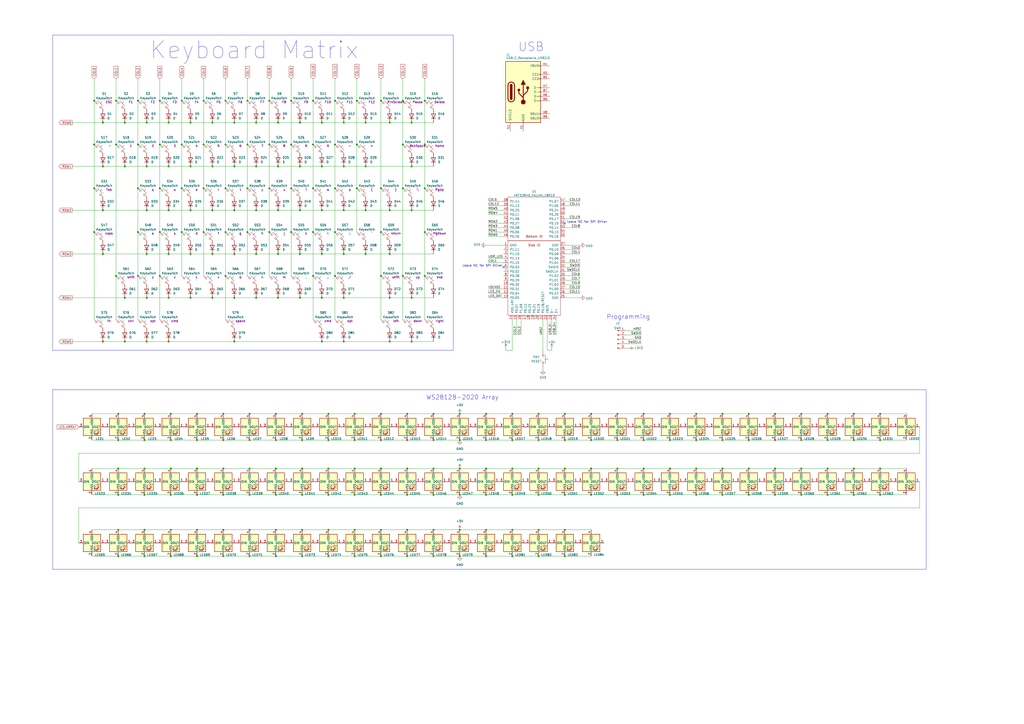
<source format=kicad_sch>
(kicad_sch (version 20231120) (generator "eeschema") (generator_version "8.0")
  (paper "A2")
  (junction (at 226.06 121.92))
  (junction (at 238.76 121.92))
  (junction (at 342.9 287.02))
  (junction (at 449.58 255.27))
  (junction (at 434.34 271.78))
  (junction (at 388.62 287.02))
  (junction (at 419.1 271.78))
  (junction (at 297.18 287.02))
  (junction (at 129.54 271.78))
  (junction (at 135.89 198.12))
  (junction (at 212.09 147.32))
  (junction (at 123.19 96.52))
  (junction (at 207.01 109.22))
  (junction (at 168.91 83.82))
  (junction (at 168.91 58.42))
  (junction (at 80.01 109.22))
  (junction (at 233.68 58.42))
  (junction (at 480.06 240.03))
  (junction (at 72.39 71.12))
  (junction (at 251.46 287.02))
  (junction (at 220.98 307.34))
  (junction (at 97.79 71.12))
  (junction (at 281.94 322.58))
  (junction (at 205.74 322.58))
  (junction (at 233.68 160.02))
  (junction (at 312.42 240.03))
  (junction (at 419.1 287.02))
  (junction (at 130.81 109.22))
  (junction (at 130.81 134.62))
  (junction (at 297.18 240.03))
  (junction (at 181.61 58.42))
  (junction (at 72.39 198.12))
  (junction (at 434.34 287.02))
  (junction (at 114.3 287.02))
  (junction (at 246.38 109.22))
  (junction (at 199.39 96.52))
  (junction (at 85.09 96.52))
  (junction (at 110.49 147.32))
  (junction (at 175.26 271.78))
  (junction (at 123.19 147.32))
  (junction (at 83.82 240.03))
  (junction (at 59.69 71.12))
  (junction (at 246.38 134.62))
  (junction (at 212.09 96.52))
  (junction (at 480.06 271.78))
  (junction (at 510.54 240.03))
  (junction (at 110.49 96.52))
  (junction (at 388.62 271.78))
  (junction (at 251.46 271.78))
  (junction (at 246.38 58.42))
  (junction (at 143.51 83.82))
  (junction (at 327.66 322.58))
  (junction (at 327.66 287.02))
  (junction (at 194.31 58.42))
  (junction (at 160.02 322.58))
  (junction (at 220.98 255.27))
  (junction (at 190.5 271.78))
  (junction (at 190.5 240.03))
  (junction (at 68.58 255.27))
  (junction (at 148.59 96.52))
  (junction (at 220.98 322.58))
  (junction (at 83.82 307.34))
  (junction (at 105.41 134.62))
  (junction (at 118.11 58.42))
  (junction (at 175.26 322.58))
  (junction (at 168.91 109.22))
  (junction (at 236.22 322.58))
  (junction (at 54.61 109.22))
  (junction (at 161.29 121.92))
  (junction (at 135.89 147.32))
  (junction (at 114.3 240.03))
  (junction (at 312.42 322.58))
  (junction (at 148.59 121.92))
  (junction (at 238.76 198.12))
  (junction (at 129.54 255.27))
  (junction (at 246.38 83.82))
  (junction (at 59.69 96.52))
  (junction (at 312.42 307.34))
  (junction (at 80.01 134.62))
  (junction (at 495.3 255.27))
  (junction (at 419.1 240.03))
  (junction (at 173.99 172.72))
  (junction (at 297.18 307.34))
  (junction (at 99.06 307.34))
  (junction (at 186.69 172.72))
  (junction (at 327.66 271.78))
  (junction (at 312.42 287.02))
  (junction (at 123.19 121.92))
  (junction (at 99.06 240.03))
  (junction (at 358.14 287.02))
  (junction (at 54.61 83.82))
  (junction (at 480.06 255.27))
  (junction (at 194.31 160.02))
  (junction (at 327.66 255.27))
  (junction (at 510.54 255.27))
  (junction (at 212.09 121.92))
  (junction (at 59.69 198.12))
  (junction (at 510.54 271.78))
  (junction (at 190.5 287.02))
  (junction (at 251.46 240.03))
  (junction (at 358.14 271.78))
  (junction (at 266.7 322.58))
  (junction (at 92.71 58.42))
  (junction (at 80.01 160.02))
  (junction (at 161.29 172.72))
  (junction (at 449.58 240.03))
  (junction (at 156.21 58.42))
  (junction (at 297.18 255.27))
  (junction (at 266.7 307.34))
  (junction (at 205.74 255.27))
  (junction (at 161.29 71.12))
  (junction (at 388.62 240.03))
  (junction (at 342.9 271.78))
  (junction (at 173.99 121.92))
  (junction (at 342.9 255.27))
  (junction (at 160.02 287.02))
  (junction (at 67.31 58.42))
  (junction (at 160.02 240.03))
  (junction (at 207.01 83.82))
  (junction (at 83.82 255.27))
  (junction (at 105.41 58.42))
  (junction (at 129.54 287.02))
  (junction (at 236.22 240.03))
  (junction (at 173.99 71.12))
  (junction (at 143.51 58.42))
  (junction (at 105.41 109.22))
  (junction (at 175.26 287.02))
  (junction (at 156.21 109.22))
  (junction (at 85.09 198.12))
  (junction (at 99.06 271.78))
  (junction (at 199.39 147.32))
  (junction (at 495.3 287.02))
  (junction (at 130.81 58.42))
  (junction (at 144.78 322.58))
  (junction (at 226.06 172.72))
  (junction (at 281.94 287.02))
  (junction (at 510.54 287.02))
  (junction (at 226.06 71.12))
  (junction (at 236.22 255.27))
  (junction (at 80.01 58.42))
  (junction (at 59.69 147.32))
  (junction (at 135.89 96.52))
  (junction (at 238.76 71.12))
  (junction (at 161.29 147.32))
  (junction (at 205.74 240.03))
  (junction (at 464.82 287.02))
  (junction (at 67.31 160.02))
  (junction (at 207.01 58.42))
  (junction (at 68.58 271.78))
  (junction (at 92.71 109.22))
  (junction (at 97.79 198.12))
  (junction (at 110.49 121.92))
  (junction (at 85.09 147.32))
  (junction (at 80.01 83.82))
  (junction (at 68.58 240.03))
  (junction (at 83.82 287.02))
  (junction (at 156.21 83.82))
  (junction (at 464.82 271.78))
  (junction (at 72.39 172.72))
  (junction (at 327.66 240.03))
  (junction (at 144.78 240.03))
  (junction (at 226.06 198.12))
  (junction (at 68.58 287.02))
  (junction (at 67.31 83.82))
  (junction (at 220.98 58.42))
  (junction (at 199.39 121.92))
  (junction (at 144.78 255.27))
  (junction (at 144.78 307.34))
  (junction (at 97.79 96.52))
  (junction (at 251.46 307.34))
  (junction (at 83.82 322.58))
  (junction (at 233.68 83.82))
  (junction (at 220.98 287.02))
  (junction (at 160.02 307.34))
  (junction (at 281.94 271.78))
  (junction (at 72.39 96.52))
  (junction (at 236.22 307.34))
  (junction (at 403.86 287.02))
  (junction (at 205.74 271.78))
  (junction (at 373.38 240.03))
  (junction (at 297.18 322.58))
  (junction (at 281.94 240.03))
  (junction (at 434.34 255.27))
  (junction (at 135.89 71.12))
  (junction (at 92.71 134.62))
  (junction (at 92.71 160.02))
  (junction (at 205.74 287.02))
  (junction (at 373.38 287.02))
  (junction (at 449.58 287.02))
  (junction (at 114.3 307.34))
  (junction (at 266.7 271.78))
  (junction (at 194.31 134.62))
  (junction (at 251.46 255.27))
  (junction (at 190.5 255.27))
  (junction (at 160.02 255.27))
  (junction (at 358.14 240.03))
  (junction (at 373.38 271.78))
  (junction (at 54.61 58.42))
  (junction (at 168.91 134.62))
  (junction (at 129.54 240.03))
  (junction (at 175.26 307.34))
  (junction (at 199.39 198.12))
  (junction (at 266.7 240.03))
  (junction (at 148.59 71.12))
  (junction (at 358.14 255.27))
  (junction (at 114.3 322.58))
  (junction (at 186.69 147.32))
  (junction (at 135.89 121.92))
  (junction (at 233.68 109.22))
  (junction (at 495.3 240.03))
  (junction (at 236.22 271.78))
  (junction (at 194.31 109.22))
  (junction (at 97.79 121.92))
  (junction (at 114.3 271.78))
  (junction (at 495.3 271.78))
  (junction (at 181.61 109.22))
  (junction (at 220.98 109.22))
  (junction (at 226.06 147.32))
  (junction (at 251.46 322.58))
  (junction (at 266.7 255.27))
  (junction (at 212.09 71.12))
  (junction (at 173.99 147.32))
  (junction (at 186.69 96.52))
  (junction (at 85.09 172.72))
  (junction (at 312.42 255.27))
  (junction (at 175.26 240.03))
  (junction (at 123.19 71.12))
  (junction (at 148.59 172.72))
  (junction (at 130.81 83.82))
  (junction (at 480.06 287.02))
  (junction (at 83.82 271.78))
  (junction (at 194.31 83.82))
  (junction (at 161.29 96.52))
  (junction (at 186.69 198.12))
  (junction (at 281.94 307.34))
  (junction (at 160.02 271.78))
  (junction (at 220.98 240.03))
  (junction (at 118.11 83.82))
  (junction (at 85.09 121.92))
  (junction (at 464.82 240.03))
  (junction (at 181.61 83.82))
  (junction (at 297.18 271.78))
  (junction (at 99.06 255.27))
  (junction (at 281.94 255.27))
  (junction (at 143.51 134.62))
  (junction (at 97.79 147.32))
  (junction (at 68.58 307.34))
  (junction (at 312.42 271.78))
  (junction (at 144.78 271.78))
  (junction (at 220.98 134.62))
  (junction (at 123.19 172.72))
  (junction (at 236.22 287.02))
  (junction (at 342.9 240.03))
  (junction (at 388.62 255.27))
  (junction (at 403.86 255.27))
  (junction (at 110.49 71.12))
  (junction (at 190.5 322.58))
  (junction (at 205.74 307.34))
  (junction (at 118.11 134.62))
  (junction (at 403.86 271.78))
  (junction (at 190.5 307.34))
  (junction (at 97.79 172.72))
  (junction (at 238.76 96.52))
  (junction (at 129.54 322.58))
  (junction (at 68.58 322.58))
  (junction (at 449.58 271.78))
  (junction (at 135.89 172.72))
  (junction (at 199.39 172.72))
  (junction (at 54.61 134.62))
  (junction (at 266.7 287.02))
  (junction (at 99.06 287.02))
  (junction (at 246.38 160.02))
  (junction (at 175.26 255.27))
  (junction (at 186.69 71.12))
  (junction (at 114.3 255.27))
  (junction (at 143.51 109.22))
  (junction (at 220.98 271.78))
  (junction (at 238.76 172.72))
  (junction (at 59.69 121.92))
  (junction (at 373.38 255.27))
  (junction (at 403.86 240.03))
  (junction (at 148.59 147.32))
  (junction (at 419.1 255.27))
  (junction (at 327.66 307.34))
  (junction (at 186.69 121.92))
  (junction (at 156.21 134.62))
  (junction (at 181.61 160.02))
  (junction (at 99.06 322.58))
  (junction (at 434.34 240.03))
  (junction (at 85.09 71.12))
  (junction (at 105.41 83.82))
  (junction (at 144.78 287.02))
  (junction (at 118.11 109.22))
  (junction (at 129.54 307.34))
  (junction (at 181.61 134.62))
  (junction (at 199.39 71.12))
  (junction (at 110.49 172.72))
  (junction (at 173.99 96.52))
  (junction (at 130.81 160.02))
  (junction (at 464.82 255.27))
  (junction (at 220.98 160.02))
  (junction (at 92.71 83.82))
  (no_connect (at 327.66 129.54))
  (no_connect (at 292.1 154.94))
  (wire (pts (xy 99.06 271.78) (xy 114.3 271.78)))
  (wire (pts (xy 54.61 83.82) (xy 54.61 109.22)))
  (wire (pts (xy 97.79 96.52) (xy 110.49 96.52)))
  (wire (pts (xy 246.38 134.62) (xy 246.38 160.02)))
  (wire (pts (xy 173.99 172.72) (xy 186.69 172.72)))
  (wire (pts (xy 297.18 240.03) (xy 312.42 240.03)))
  (wire (pts (xy 327.66 116.84) (xy 336.55 116.84)))
  (wire (pts (xy 114.3 271.78) (xy 129.54 271.78)))
  (wire (pts (xy 297.18 307.34) (xy 312.42 307.34)))
  (wire (pts (xy 80.01 58.42) (xy 80.01 83.82)))
  (wire (pts (xy 59.69 198.12) (xy 72.39 198.12)))
  (wire (pts (xy 363.22 201.93) (xy 364.49 201.93)))
  (wire (pts (xy 168.91 109.22) (xy 168.91 134.62)))
  (wire (pts (xy 135.89 121.92) (xy 148.59 121.92)))
  (wire (pts (xy 327.66 144.78) (xy 336.55 144.78)))
  (wire (pts (xy 144.78 322.58) (xy 160.02 322.58)))
  (wire (pts (xy 97.79 121.92) (xy 110.49 121.92)))
  (wire (pts (xy 80.01 45.72) (xy 80.01 58.42)))
  (wire (pts (xy 388.62 287.02) (xy 403.86 287.02)))
  (wire (pts (xy 238.76 198.12) (xy 251.46 198.12)))
  (wire (pts (xy 495.3 255.27) (xy 510.54 255.27)))
  (wire (pts (xy 97.79 147.32) (xy 110.49 147.32)))
  (wire (pts (xy 175.26 255.27) (xy 190.5 255.27)))
  (wire (pts (xy 449.58 287.02) (xy 464.82 287.02)))
  (wire (pts (xy 251.46 271.78) (xy 266.7 271.78)))
  (wire (pts (xy 80.01 134.62) (xy 80.01 160.02)))
  (wire (pts (xy 220.98 45.72) (xy 220.98 58.42)))
  (wire (pts (xy 53.34 307.34) (xy 68.58 307.34)))
  (wire (pts (xy 97.79 172.72) (xy 110.49 172.72)))
  (wire (pts (xy 312.42 271.78) (xy 327.66 271.78)))
  (wire (pts (xy 97.79 71.12) (xy 110.49 71.12)))
  (wire (pts (xy 226.06 121.92) (xy 238.76 121.92)))
  (wire (pts (xy 68.58 287.02) (xy 83.82 287.02)))
  (wire (pts (xy 45.72 294.64) (xy 45.72 314.96)))
  (wire (pts (xy 144.78 255.27) (xy 160.02 255.27)))
  (wire (pts (xy 130.81 134.62) (xy 130.81 160.02)))
  (wire (pts (xy 99.06 307.34) (xy 114.3 307.34)))
  (wire (pts (xy 251.46 255.27) (xy 266.7 255.27)))
  (wire (pts (xy 135.89 198.12) (xy 186.69 198.12)))
  (wire (pts (xy 388.62 271.78) (xy 403.86 271.78)))
  (wire (pts (xy 236.22 240.03) (xy 251.46 240.03)))
  (wire (pts (xy 205.74 240.03) (xy 220.98 240.03)))
  (wire (pts (xy 510.54 287.02) (xy 525.78 287.02)))
  (wire (pts (xy 194.31 109.22) (xy 194.31 134.62)))
  (wire (pts (xy 207.01 58.42) (xy 207.01 83.82)))
  (wire (pts (xy 434.34 255.27) (xy 449.58 255.27)))
  (wire (pts (xy 68.58 255.27) (xy 53.34 255.27)))
  (wire (pts (xy 236.22 287.02) (xy 251.46 287.02)))
  (wire (pts (xy 342.9 255.27) (xy 358.14 255.27)))
  (wire (pts (xy 54.61 58.42) (xy 54.61 83.82)))
  (wire (pts (xy 388.62 240.03) (xy 403.86 240.03)))
  (wire (pts (xy 85.09 96.52) (xy 97.79 96.52)))
  (wire (pts (xy 358.14 271.78) (xy 373.38 271.78)))
  (wire (pts (xy 403.86 287.02) (xy 419.1 287.02)))
  (wire (pts (xy 220.98 271.78) (xy 236.22 271.78)))
  (wire (pts (xy 181.61 160.02) (xy 181.61 185.42)))
  (wire (pts (xy 135.89 71.12) (xy 148.59 71.12)))
  (wire (pts (xy 233.68 160.02) (xy 233.68 185.42)))
  (wire (pts (xy 266.7 255.27) (xy 281.94 255.27)))
  (wire (pts (xy 212.09 121.92) (xy 226.06 121.92)))
  (wire (pts (xy 205.74 255.27) (xy 220.98 255.27)))
  (wire (pts (xy 186.69 172.72) (xy 199.39 172.72)))
  (wire (pts (xy 156.21 45.72) (xy 156.21 58.42)))
  (wire (pts (xy 226.06 198.12) (xy 238.76 198.12)))
  (wire (pts (xy 129.54 255.27) (xy 144.78 255.27)))
  (wire (pts (xy 175.26 322.58) (xy 190.5 322.58)))
  (wire (pts (xy 92.71 58.42) (xy 92.71 83.82)))
  (wire (pts (xy 283.21 149.86) (xy 292.1 149.86)))
  (wire (pts (xy 495.3 287.02) (xy 510.54 287.02)))
  (wire (pts (xy 226.06 71.12) (xy 238.76 71.12)))
  (wire (pts (xy 233.68 83.82) (xy 233.68 109.22)))
  (wire (pts (xy 388.62 255.27) (xy 403.86 255.27)))
  (wire (pts (xy 168.91 134.62) (xy 168.91 160.02)))
  (wire (pts (xy 83.82 255.27) (xy 99.06 255.27)))
  (wire (pts (xy 292.1 116.84) (xy 283.21 116.84)))
  (wire (pts (xy 281.94 307.34) (xy 297.18 307.34)))
  (wire (pts (xy 114.3 287.02) (xy 129.54 287.02)))
  (wire (pts (xy 190.5 255.27) (xy 205.74 255.27)))
  (wire (pts (xy 327.66 142.24) (xy 336.55 142.24)))
  (wire (pts (xy 207.01 45.72) (xy 207.01 58.42)))
  (wire (pts (xy 281.94 287.02) (xy 297.18 287.02)))
  (wire (pts (xy 266.7 322.58) (xy 281.94 322.58)))
  (wire (pts (xy 449.58 255.27) (xy 464.82 255.27)))
  (wire (pts (xy 327.66 160.02) (xy 336.55 160.02)))
  (wire (pts (xy 205.74 322.58) (xy 220.98 322.58)))
  (wire (pts (xy 148.59 96.52) (xy 161.29 96.52)))
  (wire (pts (xy 302.26 185.42) (xy 302.26 194.31)))
  (wire (pts (xy 83.82 322.58) (xy 99.06 322.58)))
  (wire (pts (xy 327.66 287.02) (xy 342.9 287.02)))
  (wire (pts (xy 419.1 240.03) (xy 434.34 240.03)))
  (wire (pts (xy 297.18 255.27) (xy 312.42 255.27)))
  (wire (pts (xy 110.49 96.52) (xy 123.19 96.52)))
  (wire (pts (xy 99.06 322.58) (xy 114.3 322.58)))
  (wire (pts (xy 480.06 271.78) (xy 495.3 271.78)))
  (wire (pts (xy 292.1 119.38) (xy 283.21 119.38)))
  (wire (pts (xy 246.38 58.42) (xy 246.38 83.82)))
  (wire (pts (xy 233.68 45.72) (xy 233.68 58.42)))
  (wire (pts (xy 266.7 287.02) (xy 281.94 287.02)))
  (wire (pts (xy 160.02 287.02) (xy 175.26 287.02)))
  (wire (pts (xy 281.94 322.58) (xy 297.18 322.58)))
  (wire (pts (xy 336.55 157.48) (xy 327.66 157.48)))
  (wire (pts (xy 173.99 96.52) (xy 186.69 96.52)))
  (wire (pts (xy 85.09 147.32) (xy 97.79 147.32)))
  (wire (pts (xy 72.39 172.72) (xy 85.09 172.72)))
  (wire (pts (xy 156.21 83.82) (xy 156.21 109.22)))
  (wire (pts (xy 130.81 160.02) (xy 130.81 185.42)))
  (wire (pts (xy 129.54 322.58) (xy 144.78 322.58)))
  (wire (pts (xy 190.5 322.58) (xy 205.74 322.58)))
  (wire (pts (xy 54.61 134.62) (xy 54.61 185.42)))
  (wire (pts (xy 293.37 203.2) (xy 297.18 203.2)))
  (wire (pts (xy 161.29 71.12) (xy 173.99 71.12)))
  (wire (pts (xy 205.74 287.02) (xy 220.98 287.02)))
  (wire (pts (xy 68.58 307.34) (xy 83.82 307.34)))
  (wire (pts (xy 67.31 83.82) (xy 67.31 160.02)))
  (wire (pts (xy 67.31 45.72) (xy 67.31 58.42)))
  (wire (pts (xy 199.39 172.72) (xy 226.06 172.72)))
  (wire (pts (xy 464.82 255.27) (xy 480.06 255.27)))
  (wire (pts (xy 220.98 134.62) (xy 220.98 160.02)))
  (wire (pts (xy 238.76 96.52) (xy 251.46 96.52)))
  (wire (pts (xy 434.34 271.78) (xy 449.58 271.78)))
  (wire (pts (xy 92.71 134.62) (xy 92.71 160.02)))
  (wire (pts (xy 190.5 240.03) (xy 205.74 240.03)))
  (wire (pts (xy 85.09 121.92) (xy 97.79 121.92)))
  (wire (pts (xy 53.34 322.58) (xy 68.58 322.58)))
  (wire (pts (xy 495.3 271.78) (xy 510.54 271.78)))
  (wire (pts (xy 72.39 96.52) (xy 85.09 96.52)))
  (wire (pts (xy 251.46 240.03) (xy 266.7 240.03)))
  (wire (pts (xy 292.1 124.46) (xy 283.21 124.46)))
  (wire (pts (xy 186.69 96.52) (xy 199.39 96.52)))
  (wire (pts (xy 373.38 271.78) (xy 388.62 271.78)))
  (wire (pts (xy 118.11 134.62) (xy 118.11 160.02)))
  (wire (pts (xy 327.66 165.1) (xy 336.55 165.1)))
  (wire (pts (xy 161.29 121.92) (xy 173.99 121.92)))
  (wire (pts (xy 236.22 255.27) (xy 251.46 255.27)))
  (wire (pts (xy 59.69 96.52) (xy 72.39 96.52)))
  (wire (pts (xy 144.78 271.78) (xy 160.02 271.78)))
  (wire (pts (xy 123.19 96.52) (xy 135.89 96.52)))
  (wire (pts (xy 83.82 240.03) (xy 99.06 240.03)))
  (wire (pts (xy 110.49 172.72) (xy 123.19 172.72)))
  (wire (pts (xy 83.82 271.78) (xy 99.06 271.78)))
  (wire (pts (xy 194.31 58.42) (xy 194.31 83.82)))
  (wire (pts (xy 41.91 147.32) (xy 59.69 147.32)))
  (wire (pts (xy 129.54 271.78) (xy 144.78 271.78)))
  (wire (pts (xy 194.31 83.82) (xy 194.31 109.22)))
  (wire (pts (xy 358.14 287.02) (xy 373.38 287.02)))
  (wire (pts (xy 123.19 121.92) (xy 135.89 121.92)))
  (wire (pts (xy 220.98 160.02) (xy 220.98 185.42)))
  (wire (pts (xy 181.61 83.82) (xy 181.61 109.22)))
  (wire (pts (xy 510.54 271.78) (xy 525.78 271.78)))
  (wire (pts (xy 130.81 109.22) (xy 130.81 134.62)))
  (wire (pts (xy 135.89 96.52) (xy 148.59 96.52)))
  (wire (pts (xy 130.81 83.82) (xy 130.81 109.22)))
  (wire (pts (xy 246.38 160.02) (xy 246.38 185.42)))
  (wire (pts (xy 129.54 287.02) (xy 144.78 287.02)))
  (wire (pts (xy 533.4 247.65) (xy 533.4 262.89)))
  (wire (pts (xy 92.71 45.72) (xy 92.71 58.42)))
  (wire (pts (xy 207.01 83.82) (xy 207.01 109.22)))
  (wire (pts (xy 105.41 45.72) (xy 105.41 58.42)))
  (wire (pts (xy 160.02 271.78) (xy 175.26 271.78)))
  (wire (pts (xy 181.61 109.22) (xy 181.61 134.62)))
  (wire (pts (xy 156.21 109.22) (xy 156.21 134.62)))
  (wire (pts (xy 293.37 201.93) (xy 293.37 203.2)))
  (wire (pts (xy 205.74 307.34) (xy 220.98 307.34)))
  (wire (pts (xy 373.38 240.03) (xy 388.62 240.03)))
  (wire (pts (xy 199.39 96.52) (xy 212.09 96.52)))
  (wire (pts (xy 173.99 71.12) (xy 186.69 71.12)))
  (wire (pts (xy 403.86 271.78) (xy 419.1 271.78)))
  (wire (pts (xy 327.66 271.78) (xy 342.9 271.78)))
  (wire (pts (xy 292.1 172.72) (xy 283.21 172.72)))
  (wire (pts (xy 266.7 240.03) (xy 281.94 240.03)))
  (wire (pts (xy 148.59 172.72) (xy 161.29 172.72)))
  (wire (pts (xy 312.42 240.03) (xy 327.66 240.03)))
  (wire (pts (xy 449.58 271.78) (xy 464.82 271.78)))
  (wire (pts (xy 220.98 287.02) (xy 236.22 287.02)))
  (wire (pts (xy 105.41 58.42) (xy 105.41 83.82)))
  (wire (pts (xy 85.09 172.72) (xy 97.79 172.72)))
  (wire (pts (xy 327.66 152.4) (xy 336.55 152.4)))
  (wire (pts (xy 160.02 307.34) (xy 175.26 307.34)))
  (wire (pts (xy 68.58 322.58) (xy 83.82 322.58)))
  (wire (pts (xy 297.18 185.42) (xy 297.18 203.2)))
  (wire (pts (xy 144.78 240.03) (xy 160.02 240.03)))
  (wire (pts (xy 123.19 147.32) (xy 135.89 147.32)))
  (wire (pts (xy 144.78 307.34) (xy 160.02 307.34)))
  (wire (pts (xy 123.19 172.72) (xy 135.89 172.72)))
  (wire (pts (xy 118.11 45.72) (xy 118.11 58.42)))
  (wire (pts (xy 186.69 147.32) (xy 199.39 147.32)))
  (wire (pts (xy 148.59 71.12) (xy 161.29 71.12)))
  (wire (pts (xy 403.86 240.03) (xy 419.1 240.03)))
  (wire (pts (xy 322.58 185.42) (xy 322.58 194.31)))
  (wire (pts (xy 233.68 109.22) (xy 233.68 160.02)))
  (wire (pts (xy 236.22 307.34) (xy 251.46 307.34)))
  (wire (pts (xy 434.34 240.03) (xy 449.58 240.03)))
  (wire (pts (xy 118.11 109.22) (xy 118.11 134.62)))
  (wire (pts (xy 363.22 196.85) (xy 372.11 196.85)))
  (wire (pts (xy 205.74 271.78) (xy 220.98 271.78)))
  (wire (pts (xy 336.55 154.94) (xy 327.66 154.94)))
  (wire (pts (xy 292.1 134.62) (xy 283.21 134.62)))
  (wire (pts (xy 173.99 121.92) (xy 186.69 121.92)))
  (wire (pts (xy 54.61 45.72) (xy 54.61 58.42)))
  (wire (pts (xy 160.02 322.58) (xy 175.26 322.58)))
  (wire (pts (xy 317.5 203.2) (xy 317.5 185.42)))
  (wire (pts (xy 161.29 147.32) (xy 173.99 147.32)))
  (wire (pts (xy 342.9 307.34) (xy 327.66 307.34)))
  (wire (pts (xy 419.1 271.78) (xy 434.34 271.78)))
  (wire (pts (xy 533.4 294.64) (xy 45.72 294.64)))
  (wire (pts (xy 80.01 109.22) (xy 80.01 134.62)))
  (wire (pts (xy 314.96 185.42) (xy 314.96 203.2)))
  (wire (pts (xy 238.76 71.12) (xy 251.46 71.12)))
  (wire (pts (xy 175.26 307.34) (xy 190.5 307.34)))
  (wire (pts (xy 114.3 255.27) (xy 99.06 255.27)))
  (wire (pts (xy 156.21 134.62) (xy 156.21 160.02)))
  (wire (pts (xy 292.1 137.16) (xy 283.21 137.16)))
  (wire (pts (xy 226.06 147.32) (xy 251.46 147.32)))
  (wire (pts (xy 246.38 109.22) (xy 246.38 134.62)))
  (wire (pts (xy 312.42 307.34) (xy 327.66 307.34)))
  (wire (pts (xy 41.91 71.12) (xy 59.69 71.12)))
  (wire (pts (xy 251.46 287.02) (xy 266.7 287.02)))
  (wire (pts (xy 114.3 322.58) (xy 129.54 322.58)))
  (wire (pts (xy 168.91 83.82) (xy 168.91 109.22)))
  (wire (pts (xy 173.99 147.32) (xy 186.69 147.32)))
  (wire (pts (xy 220.98 255.27) (xy 236.22 255.27)))
  (wire (pts (xy 297.18 287.02) (xy 312.42 287.02)))
  (wire (pts (xy 312.42 255.27) (xy 327.66 255.27)))
  (wire (pts (xy 144.78 287.02) (xy 160.02 287.02)))
  (wire (pts (xy 327.66 119.38) (xy 336.55 119.38)))
  (wire (pts (xy 533.4 279.4) (xy 533.4 294.64)))
  (wire (pts (xy 220.98 109.22) (xy 220.98 134.62)))
  (wire (pts (xy 130.81 58.42) (xy 130.81 83.82)))
  (wire (pts (xy 92.71 109.22) (xy 92.71 134.62)))
  (wire (pts (xy 83.82 307.34) (xy 99.06 307.34)))
  (wire (pts (xy 464.82 271.78) (xy 480.06 271.78)))
  (wire (pts (xy 292.1 170.18) (xy 283.21 170.18)))
  (wire (pts (xy 67.31 160.02) (xy 67.31 185.42)))
  (wire (pts (xy 327.66 127) (xy 336.55 127)))
  (wire (pts (xy 363.22 191.77) (xy 372.11 191.77)))
  (wire (pts (xy 68.58 271.78) (xy 83.82 271.78)))
  (wire (pts (xy 292.1 152.4) (xy 283.21 152.4)))
  (wire (pts (xy 59.69 71.12) (xy 72.39 71.12)))
  (wire (pts (xy 246.38 83.82) (xy 246.38 109.22)))
  (wire (pts (xy 495.3 240.03) (xy 510.54 240.03)))
  (wire (pts (xy 292.1 121.92) (xy 283.21 121.92)))
  (wire (pts (xy 53.34 240.03) (xy 68.58 240.03)))
  (wire (pts (xy 110.49 147.32) (xy 123.19 147.32)))
  (wire (pts (xy 246.38 45.72) (xy 246.38 58.42)))
  (wire (pts (xy 143.51 58.42) (xy 143.51 83.82)))
  (wire (pts (xy 199.39 147.32) (xy 212.09 147.32)))
  (wire (pts (xy 297.18 271.78) (xy 312.42 271.78)))
  (wire (pts (xy 181.61 134.62) (xy 181.61 160.02)))
  (wire (pts (xy 212.09 147.32) (xy 226.06 147.32)))
  (wire (pts (xy 327.66 322.58) (xy 342.9 322.58)))
  (wire (pts (xy 129.54 240.03) (xy 144.78 240.03)))
  (wire (pts (xy 373.38 255.27) (xy 388.62 255.27)))
  (wire (pts (xy 99.06 240.03) (xy 114.3 240.03)))
  (wire (pts (xy 419.1 287.02) (xy 434.34 287.02)))
  (wire (pts (xy 105.41 134.62) (xy 105.41 160.02)))
  (wire (pts (xy 181.61 45.72) (xy 181.61 58.42)))
  (wire (pts (xy 168.91 58.42) (xy 168.91 83.82)))
  (wire (pts (xy 54.61 109.22) (xy 54.61 134.62)))
  (wire (pts (xy 220.98 240.03) (xy 236.22 240.03)))
  (wire (pts (xy 135.89 147.32) (xy 148.59 147.32)))
  (wire (pts (xy 161.29 96.52) (xy 173.99 96.52)))
  (wire (pts (xy 372.11 199.39) (xy 363.22 199.39)))
  (wire (pts (xy 220.98 58.42) (xy 220.98 109.22)))
  (wire (pts (xy 114.3 240.03) (xy 129.54 240.03)))
  (wire (pts (xy 233.68 58.42) (xy 233.68 83.82)))
  (wire (pts (xy 292.1 132.08) (xy 283.21 132.08)))
  (wire (pts (xy 449.58 240.03) (xy 464.82 240.03)))
  (wire (pts (xy 358.14 255.27) (xy 373.38 255.27)))
  (wire (pts (xy 160.02 240.03) (xy 175.26 240.03)))
  (wire (pts (xy 83.82 255.27) (xy 68.58 255.27)))
  (wire (pts (xy 143.51 45.72) (xy 143.51 58.42)))
  (wire (pts (xy 41.91 198.12) (xy 59.69 198.12)))
  (wire (pts (xy 212.09 71.12) (xy 226.06 71.12)))
  (wire (pts (xy 129.54 307.34) (xy 144.78 307.34)))
  (wire (pts (xy 327.66 172.72) (xy 336.55 172.72)))
  (wire (pts (xy 480.06 287.02) (xy 495.3 287.02)))
  (wire (pts (xy 143.51 83.82) (xy 143.51 109.22)))
  (wire (pts (xy 160.02 255.27) (xy 175.26 255.27)))
  (wire (pts (xy 59.69 96.52) (xy 41.91 96.52)))
  (wire (pts (xy 320.04 201.93) (xy 320.04 203.2)))
  (wire (pts (xy 68.58 240.03) (xy 83.82 240.03)))
  (wire (pts (xy 67.31 58.42) (xy 67.31 83.82)))
  (wire (pts (xy 199.39 198.12) (xy 226.06 198.12)))
  (wire (pts (xy 190.5 287.02) (xy 205.74 287.02)))
  (wire (pts (xy 320.04 185.42) (xy 320.04 194.31)))
  (wire (pts (xy 373.38 287.02) (xy 388.62 287.02)))
  (wire (pts (xy 148.59 121.92) (xy 161.29 121.92)))
  (wire (pts (xy 148.59 147.32) (xy 161.29 147.32)))
  (wire (pts (xy 292.1 129.54) (xy 283.21 129.54)))
  (wire (pts (xy 266.7 271.78) (xy 281.94 271.78)))
  (wire (pts (xy 175.26 240.03) (xy 190.5 240.03)))
  (wire (pts (xy 199.39 71.12) (xy 212.09 71.12)))
  (wire (pts (xy 59.69 147.32) (xy 85.09 147.32)))
  (wire (pts (xy 480.06 255.27) (xy 495.3 255.27)))
  (wire (pts (xy 434.34 287.02) (xy 449.58 287.02)))
  (wire (pts (xy 266.7 307.34) (xy 281.94 307.34)))
  (wire (pts (xy 238.76 172.72) (xy 251.46 172.72)))
  (wire (pts (xy 92.71 83.82) (xy 92.71 109.22)))
  (wire (pts (xy 85.09 71.12) (xy 97.79 71.12)))
  (wire (pts (xy 327.66 255.27) (xy 342.9 255.27)))
  (wire (pts (xy 105.41 83.82) (xy 105.41 109.22)))
  (wire (pts (xy 327.66 132.08) (xy 336.55 132.08)))
  (wire (pts (xy 251.46 307.34) (xy 266.7 307.34)))
  (wire (pts (xy 110.49 121.92) (xy 123.19 121.92)))
  (wire (pts (xy 175.26 287.02) (xy 190.5 287.02)))
  (wire (pts (xy 168.91 45.72) (xy 168.91 58.42)))
  (wire (pts (xy 464.82 240.03) (xy 480.06 240.03)))
  (wire (pts (xy 327.66 167.64) (xy 336.55 167.64)))
  (wire (pts (xy 161.29 172.72) (xy 173.99 172.72)))
  (wire (pts (xy 186.69 71.12) (xy 199.39 71.12)))
  (wire (pts (xy 143.51 109.22) (xy 143.51 134.62)))
  (wire (pts (xy 207.01 109.22) (xy 207.01 134.62)))
  (wire (pts (xy 281.94 271.78) (xy 297.18 271.78)))
  (wire (pts (xy 480.06 240.03) (xy 495.3 240.03)))
  (wire (pts (xy 186.69 121.92) (xy 199.39 121.92)))
  (wire (pts (xy 220.98 322.58) (xy 236.22 322.58)))
  (wire (pts (xy 53.34 287.02) (xy 68.58 287.02)))
  (wire (pts (xy 226.06 172.72) (xy 238.76 172.72)))
  (wire (pts (xy 327.66 162.56) (xy 336.55 162.56)))
  (wire (pts (xy 83.82 287.02) (xy 99.06 287.02)))
  (wire (pts (xy 41.91 172.72) (xy 72.39 172.72)))
  (wire (pts (xy 342.9 240.03) (xy 358.14 240.03)))
  (wire (pts (xy 327.66 240.03) (xy 342.9 240.03)))
  (wire (pts (xy 314.96 213.36) (xy 314.96 214.63)))
  (wire (pts (xy 312.42 287.02) (xy 327.66 287.02)))
  (wire (pts (xy 327.66 147.32) (xy 336.55 147.32)))
  (wire (pts (xy 251.46 322.58) (xy 266.7 322.58)))
  (wire (pts (xy 372.11 194.31) (xy 363.22 194.31)))
  (wire (pts (xy 281.94 255.27) (xy 297.18 255.27)))
  (wire (pts (xy 85.09 198.12) (xy 97.79 198.12)))
  (wire (pts (xy 53.34 271.78) (xy 68.58 271.78)))
  (wire (pts (xy 292.1 167.64) (xy 283.21 167.64)))
  (wire (pts (xy 220.98 307.34) (xy 236.22 307.34)))
  (wire (pts (xy 297.18 322.58) (xy 312.42 322.58)))
  (wire (pts (xy 342.9 287.02) (xy 358.14 287.02)))
  (wire (pts (xy 320.04 203.2) (xy 317.5 203.2)))
  (wire (pts (xy 59.69 121.92) (xy 85.09 121.92)))
  (wire (pts (xy 358.14 240.03) (xy 373.38 240.03)))
  (wire (pts (xy 510.54 240.03) (xy 525.78 240.03)))
  (wire (pts (xy 403.86 255.27) (xy 419.1 255.27)))
  (wire (pts (xy 156.21 58.42) (xy 156.21 83.82)))
  (wire (pts (xy 419.1 255.27) (xy 434.34 255.27)))
  (wire (pts (xy 123.19 71.12) (xy 135.89 71.12)))
  (wire (pts (xy 510.54 255.27) (xy 525.78 255.27)))
  (wire (pts (xy 281.94 240.03) (xy 297.18 240.03)))
  (wire (pts (xy 110.49 71.12) (xy 123.19 71.12)))
  (wire (pts (xy 190.5 271.78) (xy 205.74 271.78)))
  (wire (pts (xy 312.42 322.58) (xy 327.66 322.58)))
  (wire (pts (xy 181.61 58.42) (xy 181.61 83.82)))
  (wire (pts (xy 114.3 307.34) (xy 129.54 307.34)))
  (wire (pts (xy 72.39 198.12) (xy 85.09 198.12)))
  (wire (pts (xy 238.76 121.92) (xy 251.46 121.92)))
  (wire (pts (xy 342.9 271.78) (xy 358.14 271.78)))
  (wire (pts (xy 105.41 109.22) (xy 105.41 134.62)))
  (wire (pts (xy 533.4 262.89) (xy 45.72 262.89)))
  (wire (pts (xy 118.11 58.42) (xy 118.11 83.82)))
  (wire (pts (xy 194.31 134.62) (xy 194.31 160.02)))
  (wire (pts (xy 135.89 172.72) (xy 148.59 172.72)))
  (wire (pts (xy 194.31 45.72) (xy 194.31 58.42)))
  (wire (pts (xy 130.81 45.72) (xy 130.81 58.42)))
  (wire (pts (xy 199.39 121.92) (xy 212.09 121.92)))
  (wire (pts (xy 129.54 255.27) (xy 114.3 255.27)))
  (wire (pts (xy 236.22 322.58) (xy 251.46 322.58)))
  (wire (pts (xy 190.5 307.34) (xy 205.74 307.34)))
  (wire (pts (xy 327.66 170.18) (xy 336.55 170.18)))
  (wire (pts (xy 194.31 160.02) (xy 194.31 185.42)))
  (wire (pts (xy 292.1 142.24) (xy 281.94 142.24)))
  (wire (pts (xy 45.72 262.89) (xy 45.72 279.4)))
  (wire (pts (xy 143.51 134.62) (xy 143.51 160.02)))
  (wire (pts (xy 118.11 83.82) (xy 118.11 109.22)))
  (wire (pts (xy 92.71 160.02) (xy 92.71 185.42)))
  (wire (pts (xy 41.91 121.92) (xy 59.69 121.92)))
  (wire (pts (xy 80.01 160.02) (xy 80.01 185.42)))
  (wire (pts (xy 186.69 198.12) (xy 199.39 198.12)))
  (wire (pts (xy 236.22 271.78) (xy 251.46 271.78)))
  (wire (pts (xy 97.79 198.12) (xy 135.89 198.12)))
  (wire (pts (xy 175.26 271.78) (xy 190.5 271.78)))
  (wire (pts (xy 80.01 83.82) (xy 80.01 109.22)))
  (wire (pts (xy 212.09 96.52) (xy 238.76 96.52)))
  (wire (pts (xy 464.82 287.02) (xy 480.06 287.02)))
  (wire (pts (xy 299.72 185.42) (xy 299.72 194.31)))
  (wire (pts (xy 99.06 287.02) (xy 114.3 287.02)))
  (wire (pts (xy 72.39 71.12) (xy 85.09 71.12)))
  (rectangle (start 30.48 20.32) (end 262.89 203.2))
  (rectangle (start 30.48 226.06) (end 537.21 330.2))
  (text "WS2812B-2020 Array" (at 268.224 230.632 0) (effects (font (size 2.54 2.54))))
  (text "Keyboard Matrix" (at 86.614 35.052 0) (effects (font (size 10.0076 10.0076)) (justify left bottom)))
  (text "Leave NC for SPI Driver" (at 328.93 129.54 0) (effects (font (size 1.27 1.27)) (justify left bottom)))
  (text "USB" (at 300.482 30.226 0) (effects (font (size 5.0038 5.0038)) (justify left bottom)))
  (text "Programming" (at 351.79 185.42 0) (effects (font (size 2.54 2.54)) (justify left bottom)))
  (text "Leave NC for SPI Driver" (at 268.224 154.94 0) (effects (font (size 1.27 1.27)) (justify left bottom)))
  (label "LED_DAT" (at 283.21 172.72 0))
  (label "COL6" (at 336.55 160.02 180))
  (label "COL4" (at 336.55 147.32 180))
  (label "COL13" (at 336.55 116.84 180))
  (label "COL10" (at 336.55 167.64 180))
  (label "ROW4" (at 283.21 124.46 0))
  (label "COL1" (at 283.21 152.4 0))
  (label "COL3" (at 302.26 194.31 90))
  (label "USB_D-" (at 320.04 194.31 90))
  (label "COL2" (at 299.72 194.31 90))
  (label "ROW2" (at 283.21 129.54 0))
  (label "SWDIO" (at 372.11 194.31 180))
  (label "COL11" (at 336.55 170.18 180))
  (label "COL0" (at 336.55 144.78 180))
  (label "COL12" (at 283.21 119.38 0))
  (label "nRST" (at 372.11 191.77 180))
  (label "COL7" (at 336.55 162.56 180))
  (label "COL9" (at 336.55 165.1 180))
  (label "USB_D+" (at 322.58 194.31 90))
  (label "COL5" (at 283.21 116.84 0))
  (label "VSENSE" (at 283.21 167.64 0))
  (label "SWDCLK" (at 336.55 157.48 180))
  (label "LED_EN" (at 283.21 170.18 0))
  (label "COL19" (at 336.55 127 180))
  (label "GND" (at 372.11 196.85 180))
  (label "ROW3" (at 283.21 132.08 0))
  (label "COL17" (at 336.55 152.4 180))
  (label "SWDIO" (at 336.55 154.94 180))
  (label "COL8" (at 336.55 132.08 180))
  (label "nRST" (at 314.96 194.31 90))
  (label "ROW0" (at 283.21 137.16 0))
  (label "SWDCLK" (at 372.11 199.39 180))
  (label "USR_LED" (at 283.21 149.86 0))
  (label "ROW1" (at 283.21 134.62 0))
  (label "COL14" (at 336.55 119.38 180))
  (label "ROW5" (at 283.21 121.92 0))
  (global_label "ROW2" (shape output) (at 41.91 121.92 180) (property "Intersheetrefs" "${INTERSHEET_REFS}" (effects (hide yes))))
  (global_label "ROW4" (shape output) (at 41.91 172.72 180) (property "Intersheetrefs" "${INTERSHEET_REFS}" (effects (hide yes))))
  (global_label "COL11" (shape input) (at 194.31 45.72 90) (property "Intersheetrefs" "${INTERSHEET_REFS}" (effects (hide yes))))
  (global_label "COL7" (shape input) (at 143.51 45.72 90) (property "Intersheetrefs" "${INTERSHEET_REFS}" (effects (hide yes))))
  (global_label "ROW5" (shape output) (at 41.91 198.12 180) (property "Intersheetrefs" "${INTERSHEET_REFS}" (effects (hide yes))))
  (global_label "COL6" (shape input) (at 130.81 45.72 90) (property "Intersheetrefs" "${INTERSHEET_REFS}" (effects (hide yes))))
  (global_label "ROW0" (shape output) (at 41.91 71.12 180) (property "Intersheetrefs" "${INTERSHEET_REFS}" (effects (hide yes))))
  (global_label "COL1" (shape input) (at 67.31 45.72 90) (property "Intersheetrefs" "${INTERSHEET_REFS}" (effects (hide yes))))
  (global_label "COL12" (shape input) (at 207.01 45.72 90) (property "Intersheetrefs" "${INTERSHEET_REFS}" (effects (hide yes))))
  (global_label "COL10" (shape input) (at 181.61 45.72 90) (property "Intersheetrefs" "${INTERSHEET_REFS}" (effects (hide yes))))
  (global_label "COL5" (shape input) (at 118.11 45.72 90) (property "Intersheetrefs" "${INTERSHEET_REFS}" (effects (hide yes))))
  (global_label "COL3" (shape input) (at 92.71 45.72 90) (property "Intersheetrefs" "${INTERSHEET_REFS}" (effects (hide yes))))
  (global_label "ROW3" (shape output) (at 41.91 147.32 180) (property "Intersheetrefs" "${INTERSHEET_REFS}" (effects (hide yes))))
  (global_label "COL2" (shape input) (at 80.01 45.72 90) (property "Intersheetrefs" "${INTERSHEET_REFS}" (effects (hide yes))))
  (global_label "COL8" (shape input) (at 156.21 45.72 90) (property "Intersheetrefs" "${INTERSHEET_REFS}" (effects (hide yes))))
  (global_label "COL0" (shape input) (at 54.61 45.72 90) (property "Intersheetrefs" "${INTERSHEET_REFS}" (effects (hide yes))))
  (global_label "ROW1" (shape output) (at 41.91 96.52 180) (property "Intersheetrefs" "${INTERSHEET_REFS}" (effects (hide yes))))
  (global_label "LED_ARRAY" (shape input) (at 45.72 247.65 180) (property "Intersheetrefs" "${INTERSHEET_REFS}" (effects (hide yes))))
  (global_label "COL4" (shape input) (at 105.41 45.72 90) (property "Intersheetrefs" "${INTERSHEET_REFS}" (effects (hide yes))))
  (global_label "COL14" (shape input) (at 233.68 45.72 90) (property "Intersheetrefs" "${INTERSHEET_REFS}" (effects (hide yes))))
  (global_label "COL9" (shape input) (at 168.91 45.72 90) (property "Intersheetrefs" "${INTERSHEET_REFS}" (effects (hide yes))))
  (global_label "COL15" (shape input) (at 246.38 45.72 90) (property "Intersheetrefs" "${INTERSHEET_REFS}" (effects (hide yes))))
  (global_label "COL13" (shape input) (at 220.98 45.72 90) (property "Intersheetrefs" "${INTERSHEET_REFS}" (effects (hide yes))))
  (symbol (lib_id "LED:WS2812B-2020") (at 388.62 279.4 0) (unit 1)
    (property "Reference" "LED55" (at 393.192 286.258 0))
    (property "Value" "WS2812B-2020" (effects (hide yes)))
    (property "Footprint" "LED_SMD:LED_WS2812B-2020_PLCC4_2.0x2.0mm" (effects (hide yes)))
    (property "Datasheet" "https://cdn-shop.adafruit.com/product-files/4684/4684_WS2812B-2020_V1.3_EN.pdf" (effects (hide yes)))
    (property "Description" "RGB LED with integrated controller, 2.0 x 2.0 mm, 12 mA" (effects (hide yes)))
  )
  (symbol (lib_id "ScottoKeebs:Placeholder_Keyswitch") (at 120.65 162.56 0) (unit 1)
    (property "Reference" "S65" (at 123.952 155.956 0))
    (property "Value" "Keyswitch" (at 123.952 158.496 0))
    (property "Footprint" "PCM_marbastlib-xp-gateron_lp:SW_KS33_HS_KS-2P02B01-02_HS_1u" (effects (hide yes)))
    (property "Description" "v" (at 126.746 160.782 0))
  )
  (symbol (lib_id "LED:WS2812B-2020") (at 434.34 247.65 0) (unit 1)
    (property "Reference" "LED26" (at 438.912 254.508 0))
    (property "Value" "WS2812B-2020" (effects (hide yes)))
    (property "Footprint" "LED_SMD:LED_WS2812B-2020_PLCC4_2.0x2.0mm" (effects (hide yes)))
    (property "Datasheet" "https://cdn-shop.adafruit.com/product-files/4684/4684_WS2812B-2020_V1.3_EN.pdf" (effects (hide yes)))
    (property "Description" "RGB LED with integrated controller, 2.0 x 2.0 mm, 12 mA" (effects (hide yes)))
  )
  (symbol (lib_id "Device:D") (at 123.19 168.91 90) (unit 1)
    (property "Reference" "D65" (at 125.73 167.6399 90) (effects (justify right)))
    (property "Value" "D" (at 125.73 170.1799 90) (effects (justify right)))
    (property "Footprint" "ScottoKeebs_Components:Diode_SOD-123" (effects (hide yes)))
    (property "Description" "Diode" (effects (hide yes)))
    (property "Sim.Device" "D" (effects (hide yes)))
    (property "Sim.Pins" "1=K 2=A" (effects (hide yes)))
  )
  (symbol (lib_id "Device:D") (at 97.79 92.71 90) (unit 1)
    (property "Reference" "D20" (at 100.33 91.4399 90) (effects (justify right)))
    (property "Value" "D" (at 100.33 93.9799 90) (effects (justify right)))
    (property "Footprint" "ScottoKeebs_Components:Diode_SOD-123" (effects (hide yes)))
    (property "Description" "Diode" (effects (hide yes)))
    (property "Sim.Device" "D" (effects (hide yes)))
    (property "Sim.Pins" "1=K 2=A" (effects (hide yes)))
  )
  (symbol (lib_id "Device:D") (at 199.39 168.91 90) (unit 1)
    (property "Reference" "D71" (at 201.93 167.6399 90) (effects (justify right)))
    (property "Value" "D" (at 201.93 170.1799 90) (effects (justify right)))
    (property "Footprint" "ScottoKeebs_Components:Diode_SOD-123" (effects (hide yes)))
    (property "Description" "Diode" (effects (hide yes)))
    (property "Sim.Device" "D" (effects (hide yes)))
    (property "Sim.Pins" "1=K 2=A" (effects (hide yes)))
  )
  (symbol (lib_id "Device:D") (at 186.69 67.31 90) (unit 1)
    (property "Reference" "D11" (at 189.23 66.0399 90) (effects (justify right)))
    (property "Value" "D" (at 189.23 68.5799 90) (effects (justify right)))
    (property "Footprint" "ScottoKeebs_Components:Diode_SOD-123" (effects (hide yes)))
    (property "Description" "Diode" (effects (hide yes)))
    (property "Sim.Device" "D" (effects (hide yes)))
    (property "Sim.Pins" "1=K 2=A" (effects (hide yes)))
  )
  (symbol (lib_id "ScottoKeebs:Placeholder_Keyswitch") (at 82.55 137.16 0) (unit 1)
    (property "Reference" "S48" (at 85.852 130.556 0))
    (property "Value" "Keyswitch" (at 85.852 133.096 0))
    (property "Footprint" "PCM_marbastlib-xp-gateron_lp:SW_KS33_HS_KS-2P02B01-02_HS_1u" (effects (hide yes)))
    (property "Description" "a" (at 88.646 135.382 0))
  )
  (symbol (lib_id "ScottoKeebs:Placeholder_Keyswitch") (at 171.45 86.36 0) (unit 1)
    (property "Reference" "S26" (at 174.752 79.756 0))
    (property "Value" "Keyswitch" (at 174.752 82.296 0))
    (property "Footprint" "PCM_marbastlib-xp-gateron_lp:SW_KS33_HS_KS-2P02B01-02_HS_1u" (effects (hide yes)))
    (property "Description" "9" (at 177.546 84.582 0))
  )
  (symbol (lib_id "ScottoKeebs:Placeholder_Keyswitch") (at 184.15 60.96 0) (unit 1)
    (property "Reference" "S11" (at 187.452 54.356 0))
    (property "Value" "Keyswitch" (at 187.452 56.896 0))
    (property "Footprint" "PCM_marbastlib-xp-gateron_lp:SW_KS33_HS_KS-2P02B01-02_HS_1u" (effects (hide yes)))
    (property "Description" "F10" (at 190.246 59.182 0))
  )
  (symbol (lib_id "LED:WS2812B-2020") (at 281.94 314.96 0) (unit 1)
    (property "Reference" "LED80" (effects (hide yes)))
    (property "Value" "WS2812B-2020" (effects (hide yes)))
    (property "Footprint" "LED_SMD:LED_WS2812B-2020_PLCC4_2.0x2.0mm" (effects (hide yes)))
    (property "Datasheet" "https://cdn-shop.adafruit.com/product-files/4684/4684_WS2812B-2020_V1.3_EN.pdf" (effects (hide yes)))
    (property "Description" "RGB LED with integrated controller, 2.0 x 2.0 mm, 12 mA" (effects (hide yes)))
  )
  (symbol (lib_id "LED:WS2812B-2020") (at 83.82 314.96 0) (unit 1)
    (property "Reference" "LED67" (at 88.392 321.818 0))
    (property "Value" "WS2812B-2020" (effects (hide yes)))
    (property "Footprint" "LED_SMD:LED_WS2812B-2020_PLCC4_2.0x2.0mm" (effects (hide yes)))
    (property "Datasheet" "https://cdn-shop.adafruit.com/product-files/4684/4684_WS2812B-2020_V1.3_EN.pdf" (effects (hide yes)))
    (property "Description" "RGB LED with integrated controller, 2.0 x 2.0 mm, 12 mA" (effects (hide yes)))
  )
  (symbol (lib_id "Device:D") (at 226.06 194.31 90) (unit 1)
    (property "Reference" "D82" (at 228.6 193.0399 90) (effects (justify right)))
    (property "Value" "D" (at 228.6 195.5799 90) (effects (justify right)))
    (property "Footprint" "ScottoKeebs_Components:Diode_SOD-123" (effects (hide yes)))
    (property "Description" "Diode" (effects (hide yes)))
    (property "Sim.Device" "D" (effects (hide yes)))
    (property "Sim.Pins" "1=K 2=A" (effects (hide yes)))
  )
  (symbol (lib_id "Device:D") (at 110.49 118.11 90) (unit 1)
    (property "Reference" "D35" (at 113.03 116.8399 90) (effects (justify right)))
    (property "Value" "D" (at 113.03 119.3799 90) (effects (justify right)))
    (property "Footprint" "ScottoKeebs_Components:Diode_SOD-123" (effects (hide yes)))
    (property "Description" "Diode" (effects (hide yes)))
    (property "Sim.Device" "D" (effects (hide yes)))
    (property "Sim.Pins" "1=K 2=A" (effects (hide yes)))
  )
  (symbol (lib_id "ScottoKeebs:Placeholder_Keyswitch") (at 184.15 187.96 0) (unit 1)
    (property "Reference" "S80" (at 187.452 181.356 0))
    (property "Value" "Keyswitch" (at 187.452 183.896 0))
    (property "Footprint" "PCM_marbastlib-xp-gateron_lp:SW_KS33_HS_KS-2P02B01-02_HS_1u" (effects (hide yes)))
    (property "Description" "cmd" (at 190.246 186.182 0))
  )
  (symbol (lib_id "Device:D") (at 251.46 143.51 90) (unit 1)
    (property "Reference" "D60" (at 254 142.2399 90) (effects (justify right)))
    (property "Value" "D" (at 254 144.7799 90) (effects (justify right)))
    (property "Footprint" "ScottoKeebs_Components:Diode_SOD-123" (effects (hide yes)))
    (property "Description" "Diode" (effects (hide yes)))
    (property "Sim.Device" "D" (effects (hide yes)))
    (property "Sim.Pins" "1=K 2=A" (effects (hide yes)))
  )
  (symbol (lib_id "ScottoKeebs:Placeholder_Keyswitch") (at 107.95 111.76 0) (unit 1)
    (property "Reference" "S35" (at 111.252 105.156 0))
    (property "Value" "Keyswitch" (at 111.252 107.696 0))
    (property "Footprint" "PCM_marbastlib-xp-gateron_lp:SW_KS33_HS_KS-2P02B01-02_HS_1u" (effects (hide yes)))
    (property "Description" "e" (at 114.046 109.982 0))
  )
  (symbol (lib_id "ScottoKeebs:Placeholder_Keyswitch") (at 196.85 60.96 0) (unit 1)
    (property "Reference" "S12" (at 200.152 54.356 0))
    (property "Value" "Keyswitch" (at 200.152 56.896 0))
    (property "Footprint" "PCM_marbastlib-xp-gateron_lp:SW_KS33_HS_KS-2P02B01-02_HS_1u" (effects (hide yes)))
    (property "Description" "F11" (at 202.946 59.182 0))
  )
  (symbol (lib_id "Device:D") (at 148.59 92.71 90) (unit 1)
    (property "Reference" "D24" (at 151.13 91.4399 90) (effects (justify right)))
    (property "Value" "D" (at 151.13 93.9799 90) (effects (justify right)))
    (property "Footprint" "ScottoKeebs_Components:Diode_SOD-123" (effects (hide yes)))
    (property "Description" "Diode" (effects (hide yes)))
    (property "Sim.Device" "D" (effects (hide yes)))
    (property "Sim.Pins" "1=K 2=A" (effects (hide yes)))
  )
  (symbol (lib_id "Device:D") (at 173.99 67.31 90) (unit 1)
    (property "Reference" "D10" (at 176.53 66.0399 90) (effects (justify right)))
    (property "Value" "D" (at 176.53 68.5799 90) (effects (justify right)))
    (property "Footprint" "ScottoKeebs_Components:Diode_SOD-123" (effects (hide yes)))
    (property "Description" "Diode" (effects (hide yes)))
    (property "Sim.Device" "D" (effects (hide yes)))
    (property "Sim.Pins" "1=K 2=A" (effects (hide yes)))
  )
  (symbol (lib_id "Device:D") (at 110.49 143.51 90) (unit 1)
    (property "Reference" "D50" (at 113.03 142.2399 90) (effects (justify right)))
    (property "Value" "D" (at 113.03 144.7799 90) (effects (justify right)))
    (property "Footprint" "ScottoKeebs_Components:Diode_SOD-123" (effects (hide yes)))
    (property "Description" "Diode" (effects (hide yes)))
    (property "Sim.Device" "D" (effects (hide yes)))
    (property "Sim.Pins" "1=K 2=A" (effects (hide yes)))
  )
  (symbol (lib_id "LED:WS2812B-2020") (at 251.46 314.96 0) (unit 1)
    (property "Reference" "LED78" (at 256.032 321.818 0))
    (property "Value" "WS2812B-2020" (effects (hide yes)))
    (property "Footprint" "LED_SMD:LED_WS2812B-2020_PLCC4_2.0x2.0mm" (effects (hide yes)))
    (property "Datasheet" "https://cdn-shop.adafruit.com/product-files/4684/4684_WS2812B-2020_V1.3_EN.pdf" (effects (hide yes)))
    (property "Description" "RGB LED with integrated controller, 2.0 x 2.0 mm, 12 mA" (effects (hide yes)))
  )
  (symbol (lib_id "LED:WS2812B-2020") (at 144.78 314.96 0) (unit 1)
    (property "Reference" "LED71" (at 149.352 321.818 0))
    (property "Value" "WS2812B-2020" (effects (hide yes)))
    (property "Footprint" "LED_SMD:LED_WS2812B-2020_PLCC4_2.0x2.0mm" (effects (hide yes)))
    (property "Datasheet" "https://cdn-shop.adafruit.com/product-files/4684/4684_WS2812B-2020_V1.3_EN.pdf" (effects (hide yes)))
    (property "Description" "RGB LED with integrated controller, 2.0 x 2.0 mm, 12 mA" (effects (hide yes)))
  )
  (symbol (lib_id "ScottoKeebs:Placeholder_Keyswitch") (at 120.65 86.36 0) (unit 1)
    (property "Reference" "S22" (at 123.952 79.756 0))
    (property "Value" "Keyswitch" (at 123.952 82.296 0))
    (property "Footprint" "PCM_marbastlib-xp-gateron_lp:SW_KS33_HS_KS-2P02B01-02_HS_1u" (effects (hide yes)))
    (property "Description" "5" (at 126.746 84.582 0))
  )
  (symbol (lib_id "Device:D") (at 173.99 143.51 90) (unit 1)
    (property "Reference" "D55" (at 176.53 142.2399 90) (effects (justify right)))
    (property "Value" "D" (at 176.53 144.7799 90) (effects (justify right)))
    (property "Footprint" "ScottoKeebs_Components:Diode_SOD-123" (effects (hide yes)))
    (property "Description" "Diode" (effects (hide yes)))
    (property "Sim.Device" "D" (effects (hide yes)))
    (property "Sim.Pins" "1=K 2=A" (effects (hide yes)))
  )
  (symbol (lib_id "ScottoKeebs:Placeholder_Keyswitch") (at 209.55 86.36 0) (unit 1)
    (property "Reference" "S29" (at 212.852 79.756 0))
    (property "Value" "Keyswitch" (at 212.852 82.296 0))
    (property "Footprint" "PCM_marbastlib-xp-gateron_lp:SW_KS33_HS_KS-2P02B01-02_HS_1u" (effects (hide yes)))
    (property "Description" "+" (at 215.646 84.582 0))
  )
  (symbol (lib_id "LED:WS2812B-2020") (at 373.38 279.4 0) (unit 1)
    (property "Reference" "LED54" (at 377.952 286.258 0))
    (property "Value" "WS2812B-2020" (effects (hide yes)))
    (property "Footprint" "LED_SMD:LED_WS2812B-2020_PLCC4_2.0x2.0mm" (effects (hide yes)))
    (property "Datasheet" "https://cdn-shop.adafruit.com/product-files/4684/4684_WS2812B-2020_V1.3_EN.pdf" (effects (hide yes)))
    (property "Description" "RGB LED with integrated controller, 2.0 x 2.0 mm, 12 mA" (effects (hide yes)))
  )
  (symbol (lib_id "ScottoKeebs:Placeholder_Keyswitch") (at 184.15 137.16 0) (unit 1)
    (property "Reference" "S56" (at 187.452 130.556 0))
    (property "Value" "Keyswitch" (at 187.452 133.096 0))
    (property "Footprint" "PCM_marbastlib-xp-gateron_lp:SW_KS33_HS_KS-2P02B01-02_HS_1u" (effects (hide yes)))
    (property "Description" "l" (at 190.246 135.382 0))
  )
  (symbol (lib_id "Device:D") (at 72.39 67.31 90) (unit 1)
    (property "Reference" "D2" (at 74.93 66.0399 90) (effects (justify right)))
    (property "Value" "D" (at 74.93 68.5799 90) (effects (justify right)))
    (property "Footprint" "ScottoKeebs_Components:Diode_SOD-123" (effects (hide yes)))
    (property "Description" "Diode" (effects (hide yes)))
    (property "Sim.Device" "D" (effects (hide yes)))
    (property "Sim.Pins" "1=K 2=A" (effects (hide yes)))
  )
  (symbol (lib_id "ScottoKeebs:Placeholder_Keyswitch") (at 82.55 162.56 0) (unit 1)
    (property "Reference" "S62" (at 85.852 155.956 0))
    (property "Value" "Keyswitch" (at 85.852 158.496 0))
    (property "Footprint" "PCM_marbastlib-xp-gateron_lp:SW_KS33_HS_KS-2P02B01-02_HS_1u" (effects (hide yes)))
    (property "Description" "z" (at 88.646 160.782 0))
  )
  (symbol (lib_id "ScottoKeebs:Placeholder_Keyswitch") (at 158.75 86.36 0) (unit 1)
    (property "Reference" "S25" (at 162.052 79.756 0))
    (property "Value" "Keyswitch" (at 162.052 82.296 0))
    (property "Footprint" "PCM_marbastlib-xp-gateron_lp:SW_KS33_HS_KS-2P02B01-02_HS_1u" (effects (hide yes)))
    (property "Description" "8" (at 164.846 84.582 0))
  )
  (symbol (lib_id "LED:WS2812B-2020") (at 175.26 314.96 0) (unit 1)
    (property "Reference" "LED73" (at 179.832 321.818 0))
    (property "Value" "WS2812B-2020" (effects (hide yes)))
    (property "Footprint" "LED_SMD:LED_WS2812B-2020_PLCC4_2.0x2.0mm" (effects (hide yes)))
    (property "Datasheet" "https://cdn-shop.adafruit.com/product-files/4684/4684_WS2812B-2020_V1.3_EN.pdf" (effects (hide yes)))
    (property "Description" "RGB LED with integrated controller, 2.0 x 2.0 mm, 12 mA" (effects (hide yes)))
  )
  (symbol (lib_id "Device:D") (at 148.59 118.11 90) (unit 1)
    (property "Reference" "D38" (at 151.13 116.8399 90) (effects (justify right)))
    (property "Value" "D" (at 151.13 119.3799 90) (effects (justify right)))
    (property "Footprint" "ScottoKeebs_Components:Diode_SOD-123" (effects (hide yes)))
    (property "Description" "Diode" (effects (hide yes)))
    (property "Sim.Device" "D" (effects (hide yes)))
    (property "Sim.Pins" "1=K 2=A" (effects (hide yes)))
  )
  (symbol (lib_id "Device:D") (at 212.09 118.11 90) (unit 1)
    (property "Reference" "D43" (at 214.63 116.8399 90) (effects (justify right)))
    (property "Value" "D" (at 214.63 119.3799 90) (effects (justify right)))
    (property "Footprint" "ScottoKeebs_Components:Diode_SOD-123" (effects (hide yes)))
    (property "Description" "Diode" (effects (hide yes)))
    (property "Sim.Device" "D" (effects (hide yes)))
    (property "Sim.Pins" "1=K 2=A" (effects (hide yes)))
  )
  (symbol (lib_id "LED:WS2812B-2020") (at 129.54 279.4 0) (unit 1)
    (property "Reference" "LED38" (at 134.112 286.258 0))
    (property "Value" "WS2812B-2020" (effects (hide yes)))
    (property "Footprint" "LED_SMD:LED_WS2812B-2020_PLCC4_2.0x2.0mm" (effects (hide yes)))
    (property "Datasheet" "https://cdn-shop.adafruit.com/product-files/4684/4684_WS2812B-2020_V1.3_EN.pdf" (effects (hide yes)))
    (property "Description" "RGB LED with integrated controller, 2.0 x 2.0 mm, 12 mA" (effects (hide yes)))
  )
  (symbol (lib_id "ScottoKeebs:Placeholder_Keyswitch") (at 146.05 60.96 0) (unit 1)
    (property "Reference" "S8" (at 149.352 54.356 0))
    (property "Value" "Keyswitch" (at 149.352 56.896 0))
    (property "Footprint" "PCM_marbastlib-xp-gateron_lp:SW_KS33_HS_KS-2P02B01-02_HS_1u" (effects (hide yes)))
    (property "Description" "F7" (at 152.146 59.182 0))
  )
  (symbol (lib_id "LED:WS2812B-2020") (at 129.54 314.96 0) (unit 1)
    (property "Reference" "LED70" (at 134.112 321.818 0))
    (property "Value" "WS2812B-2020" (effects (hide yes)))
    (property "Footprint" "LED_SMD:LED_WS2812B-2020_PLCC4_2.0x2.0mm" (effects (hide yes)))
    (property "Datasheet" "https://cdn-shop.adafruit.com/product-files/4684/4684_WS2812B-2020_V1.3_EN.pdf" (effects (hide yes)))
    (property "Description" "RGB LED with integrated controller, 2.0 x 2.0 mm, 12 mA" (effects (hide yes)))
  )
  (symbol (lib_id "LED:WS2812B-2020") (at 449.58 279.4 0) (unit 1)
    (property "Reference" "LED59" (at 454.152 286.258 0))
    (property "Value" "WS2812B-2020" (effects (hide yes)))
    (property "Footprint" "LED_SMD:LED_WS2812B-2020_PLCC4_2.0x2.0mm" (effects (hide yes)))
    (property "Datasheet" "https://cdn-shop.adafruit.com/product-files/4684/4684_WS2812B-2020_V1.3_EN.pdf" (effects (hide yes)))
    (property "Description" "RGB LED with integrated controller, 2.0 x 2.0 mm, 12 mA" (effects (hide yes)))
  )
  (symbol (lib_id "ScottoKeebs:Placeholder_Keyswitch") (at 95.25 86.36 0) (unit 1)
    (property "Reference" "S20" (at 98.552 79.756 0))
    (property "Value" "Keyswitch" (at 98.552 82.296 0))
    (property "Footprint" "PCM_marbastlib-xp-gateron_lp:SW_KS33_HS_KS-2P02B01-02_HS_1u" (effects (hide yes)))
    (property "Description" "3" (at 101.346 84.582 0))
  )
  (symbol (lib_id "ScottoKeebs:Placeholder_Keyswitch") (at 236.22 86.36 0) (unit 1)
    (property "Reference" "S30" (at 239.522 79.756 0))
    (property "Value" "Keyswitch" (at 239.522 82.296 0))
    (property "Footprint" "PCM_marbastlib-xp-gateron_lp:SW_KS33_HS_KS-2P02B01-02_HS_1u" (effects (hide yes)))
    (property "Description" "BckSpace" (at 242.316 84.582 0))
  )
  (symbol (lib_id "LED:WS2812B-2020") (at 220.98 279.4 0) (unit 1)
    (property "Reference" "LED44" (at 225.552 286.258 0))
    (property "Value" "WS2812B-2020" (effects (hide yes)))
    (property "Footprint" "LED_SMD:LED_WS2812B-2020_PLCC4_2.0x2.0mm" (effects (hide yes)))
    (property "Datasheet" "https://cdn-shop.adafruit.com/product-files/4684/4684_WS2812B-2020_V1.3_EN.pdf" (effects (hide yes)))
    (property "Description" "RGB LED with integrated controller, 2.0 x 2.0 mm, 12 mA" (effects (hide yes)))
  )
  (symbol (lib_id "power:+5V") (at 320.04 201.93 0) (unit 1)
    (property "Reference" "#PWR07" (effects (hide yes)))
    (property "Value" "+5V" (at 320.04 198.3826 0))
  )
  (symbol (lib_id "ScottoKeebs:Placeholder_Keyswitch") (at 82.55 60.96 0) (unit 1)
    (property "Reference" "S3" (at 85.852 54.356 0))
    (property "Value" "Keyswitch" (at 85.852 56.896 0))
    (property "Footprint" "PCM_marbastlib-xp-gateron_lp:SW_KS33_HS_KS-2P02B01-02_HS_1u" (effects (hide yes)))
    (property "Description" "F2" (at 88.646 59.182 0))
  )
  (symbol (lib_id "Device:D") (at 72.39 168.91 90) (unit 1)
    (property "Reference" "D61" (at 74.93 167.6399 90) (effects (justify right)))
    (property "Value" "D" (at 74.93 170.1799 90) (effects (justify right)))
    (property "Footprint" "ScottoKeebs_Components:Diode_SOD-123" (effects (hide yes)))
    (property "Description" "Diode" (effects (hide yes)))
    (property "Sim.Device" "D" (effects (hide yes)))
    (property "Sim.Pins" "1=K 2=A" (effects (hide yes)))
  )
  (symbol (lib_id "ScottoKeebs:Placeholder_Keyswitch") (at 223.52 137.16 0) (unit 1)
    (property "Reference" "S59" (at 226.822 130.556 0))
    (property "Value" "Keyswitch" (at 226.822 133.096 0))
    (property "Footprint" "PCM_marbastlib-xp-gateron_lp:SW_KS33_HS_KS-2P02B01-02_HS_1u" (effects (hide yes)))
    (property "Description" "return" (at 229.616 135.382 0))
  )
  (symbol (lib_id "power:GND") (at 266.7 287.02 0) (unit 1)
    (property "Reference" "#PWR011" (effects (hide yes)))
    (property "Value" "GND" (at 266.7 292.1 0))
    (property "Description" "Power symbol creates a global label with name \"GND\" , ground" (effects (hide yes)))
  )
  (symbol (lib_id "Device:D") (at 161.29 67.31 90) (unit 1)
    (property "Reference" "D9" (at 163.83 66.0399 90) (effects (justify right)))
    (property "Value" "D" (at 163.83 68.5799 90) (effects (justify right)))
    (property "Footprint" "ScottoKeebs_Components:Diode_SOD-123" (effects (hide yes)))
    (property "Description" "Diode" (effects (hide yes)))
    (property "Sim.Device" "D" (effects (hide yes)))
    (property "Sim.Pins" "1=K 2=A" (effects (hide yes)))
  )
  (symbol (lib_id "Device:D") (at 85.09 194.31 90) (unit 1)
    (property "Reference" "D77" (at 87.63 193.0399 90) (effects (justify right)))
    (property "Value" "D" (at 87.63 195.5799 90) (effects (justify right)))
    (property "Footprint" "ScottoKeebs_Components:Diode_SOD-123" (effects (hide yes)))
    (property "Description" "Diode" (effects (hide yes)))
    (property "Sim.Device" "D" (effects (hide yes)))
    (property "Sim.Pins" "1=K 2=A" (effects (hide yes)))
  )
  (symbol (lib_id "Device:D") (at 161.29 118.11 90) (unit 1)
    (property "Reference" "D39" (at 163.83 116.8399 90) (effects (justify right)))
    (property "Value" "D" (at 163.83 119.3799 90) (effects (justify right)))
    (property "Footprint" "ScottoKeebs_Components:Diode_SOD-123" (effects (hide yes)))
    (property "Description" "Diode" (effects (hide yes)))
    (property "Sim.Device" "D" (effects (hide yes)))
    (property "Sim.Pins" "1=K 2=A" (effects (hide yes)))
  )
  (symbol (lib_id "Device:D") (at 226.06 143.51 90) (unit 1)
    (property "Reference" "D59" (at 228.6 142.2399 90) (effects (justify right)))
    (property "Value" "D" (at 228.6 144.7799 90) (effects (justify right)))
    (property "Footprint" "ScottoKeebs_Components:Diode_SOD-123" (effects (hide yes)))
    (property "Description" "Diode" (effects (hide yes)))
    (property "Sim.Device" "D" (effects (hide yes)))
    (property "Sim.Pins" "1=K 2=A" (effects (hide yes)))
  )
  (symbol (lib_id "Device:D") (at 97.79 194.31 90) (unit 1)
    (property "Reference" "D78" (at 100.33 193.0399 90) (effects (justify right)))
    (property "Value" "D" (at 100.33 195.5799 90) (effects (justify right)))
    (property "Footprint" "ScottoKeebs_Components:Diode_SOD-123" (effects (hide yes)))
    (property "Description" "Diode" (effects (hide yes)))
    (property "Sim.Device" "D" (effects (hide yes)))
    (property "Sim.Pins" "1=K 2=A" (effects (hide yes)))
  )
  (symbol (lib_id "LED:WS2812B-2020") (at 114.3 314.96 0) (unit 1)
    (property "Reference" "LED69" (at 118.872 321.818 0))
    (property "Value" "WS2812B-2020" (effects (hide yes)))
    (property "Footprint" "LED_SMD:LED_WS2812B-2020_PLCC4_2.0x2.0mm" (effects (hide yes)))
    (property "Datasheet" "https://cdn-shop.adafruit.com/product-files/4684/4684_WS2812B-2020_V1.3_EN.pdf" (effects (hide yes)))
    (property "Description" "RGB LED with integrated controller, 2.0 x 2.0 mm, 12 mA" (effects (hide yes)))
  )
  (symbol (lib_id "ScottoKeebs:Placeholder_Keyswitch") (at 133.35 137.16 0) (unit 1)
    (property "Reference" "S52" (at 136.652 130.556 0))
    (property "Value" "Keyswitch" (at 136.652 133.096 0))
    (property "Footprint" "PCM_marbastlib-xp-gateron_lp:SW_KS33_HS_KS-2P02B01-02_HS_1u" (effects (hide yes)))
    (property "Description" "g" (at 139.446 135.382 0))
  )
  (symbol (lib_id "LED:WS2812B-2020") (at 358.14 279.4 0) (unit 1)
    (property "Reference" "LED53" (at 362.712 286.258 0))
    (property "Value" "WS2812B-2020" (effects (hide yes)))
    (property "Footprint" "LED_SMD:LED_WS2812B-2020_PLCC4_2.0x2.0mm" (effects (hide yes)))
    (property "Datasheet" "https://cdn-shop.adafruit.com/product-files/4684/4684_WS2812B-2020_V1.3_EN.pdf" (effects (hide yes)))
    (property "Description" "RGB LED with integrated controller, 2.0 x 2.0 mm, 12 mA" (effects (hide yes)))
  )
  (symbol (lib_id "ScottoKeebs:Placeholder_Keyswitch") (at 146.05 111.76 0) (unit 1)
    (property "Reference" "S38" (at 149.352 105.156 0))
    (property "Value" "Keyswitch" (at 149.352 107.696 0))
    (property "Footprint" "PCM_marbastlib-xp-gateron_lp:SW_KS33_HS_KS-2P02B01-02_HS_1u" (effects (hide yes)))
    (property "Description" "y" (at 152.146 109.982 0))
  )
  (symbol (lib_id "ScottoKeebs:Placeholder_Keyswitch") (at 82.55 187.96 0) (unit 1)
    (property "Reference" "S77" (at 85.852 181.356 0))
    (property "Value" "Keyswitch" (at 85.852 183.896 0))
    (property "Footprint" "PCM_marbastlib-xp-gateron_lp:SW_KS33_HS_KS-2P02B01-02_HS_1u" (effects (hide yes)))
    (property "Description" "opt" (at 88.646 186.182 0))
  )
  (symbol (lib_id "ScottoKeebs:Placeholder_Keyswitch") (at 133.35 187.96 0) (unit 1)
    (property "Reference" "S79" (at 136.652 181.356 0))
    (property "Value" "Keyswitch" (at 136.652 183.896 0))
    (property "Footprint" "PCM_marbastlib-xp-gateron_lp:SW_KS33_HS_KS-2P02B01-02_HS_1u" (effects (hide yes)))
    (property "Description" "space" (at 139.446 186.182 0))
  )
  (symbol (lib_id "LED:WS2812B-2020") (at 99.06 279.4 0) (unit 1)
    (property "Reference" "LED36" (at 103.632 286.258 0))
    (property "Value" "WS2812B-2020" (effects (hide yes)))
    (property "Footprint" "LED_SMD:LED_WS2812B-2020_PLCC4_2.0x2.0mm" (effects (hide yes)))
    (property "Datasheet" "https://cdn-shop.adafruit.com/product-files/4684/4684_WS2812B-2020_V1.3_EN.pdf" (effects (hide yes)))
    (property "Description" "RGB LED with integrated controller, 2.0 x 2.0 mm, 12 mA" (effects (hide yes)))
  )
  (symbol (lib_id "Device:D") (at 59.69 118.11 90) (unit 1)
    (property "Reference" "D32" (at 62.23 116.8399 90) (effects (justify right)))
    (property "Value" "D" (at 62.23 119.3799 90) (effects (justify right)))
    (property "Footprint" "ScottoKeebs_Components:Diode_SOD-123" (effects (hide yes)))
    (property "Description" "Diode" (effects (hide yes)))
    (property "Sim.Device" "D" (effects (hide yes)))
    (property "Sim.Pins" "1=K 2=A" (effects (hide yes)))
  )
  (symbol (lib_id "LED:WS2812B-2020") (at 312.42 279.4 0) (unit 1)
    (property "Reference" "LED50" (at 316.992 286.258 0))
    (property "Value" "WS2812B-2020" (effects (hide yes)))
    (property "Footprint" "LED_SMD:LED_WS2812B-2020_PLCC4_2.0x2.0mm" (effects (hide yes)))
    (property "Datasheet" "https://cdn-shop.adafruit.com/product-files/4684/4684_WS2812B-2020_V1.3_EN.pdf" (effects (hide yes)))
    (property "Description" "RGB LED with integrated controller, 2.0 x 2.0 mm, 12 mA" (effects (hide yes)))
  )
  (symbol (lib_id "LED:WS2812B-2020") (at 99.06 247.65 0) (unit 1)
    (property "Reference" "LED4" (at 103.632 254.508 0))
    (property "Value" "WS2812B-2020" (effects (hide yes)))
    (property "Footprint" "LED_SMD:LED_WS2812B-2020_PLCC4_2.0x2.0mm" (effects (hide yes)))
    (property "Datasheet" "https://cdn-shop.adafruit.com/product-files/4684/4684_WS2812B-2020_V1.3_EN.pdf" (effects (hide yes)))
    (property "Description" "RGB LED with integrated controller, 2.0 x 2.0 mm, 12 mA" (effects (hide yes)))
  )
  (symbol (lib_id "Device:D") (at 123.19 92.71 90) (unit 1)
    (property "Reference" "D22" (at 125.73 91.4399 90) (effects (justify right)))
    (property "Value" "D" (at 125.73 93.9799 90) (effects (justify right)))
    (property "Footprint" "ScottoKeebs_Components:Diode_SOD-123" (effects (hide yes)))
    (property "Description" "Diode" (effects (hide yes)))
    (property "Sim.Device" "D" (effects (hide yes)))
    (property "Sim.Pins" "1=K 2=A" (effects (hide yes)))
  )
  (symbol (lib_id "ScottoKeebs:Placeholder_Keyswitch") (at 107.95 137.16 0) (unit 1)
    (property "Reference" "S50" (at 111.252 130.556 0))
    (property "Value" "Keyswitch" (at 111.252 133.096 0))
    (property "Footprint" "PCM_marbastlib-xp-gateron_lp:SW_KS33_HS_KS-2P02B01-02_HS_1u" (effects (hide yes)))
    (property "Description" "d" (at 114.046 135.382 0))
  )
  (symbol (lib_id "ScottoKeebs:Placeholder_Keyswitch") (at 82.55 111.76 0) (unit 1)
    (property "Reference" "S33" (at 85.852 105.156 0))
    (property "Value" "Keyswitch" (at 85.852 107.696 0))
    (property "Footprint" "PCM_marbastlib-xp-gateron_lp:SW_KS33_HS_KS-2P02B01-02_HS_1u" (effects (hide yes)))
    (property "Description" "q" (at 88.646 109.982 0))
  )
  (symbol (lib_id "ScottoKeebs:Placeholder_Keyswitch") (at 248.92 111.76 0) (unit 1)
    (property "Reference" "S46" (at 252.222 105.156 0))
    (property "Value" "Keyswitch" (at 252.222 107.696 0))
    (property "Footprint" "PCM_marbastlib-xp-gateron_lp:SW_KS33_HS_KS-2P02B01-02_HS_1u" (effects (hide yes)))
    (property "Description" "PgUp" (at 255.016 109.982 0))
  )
  (symbol (lib_id "Device:D") (at 199.39 92.71 90) (unit 1)
    (property "Reference" "D28" (at 201.93 91.4399 90) (effects (justify right)))
    (property "Value" "D" (at 201.93 93.9799 90) (effects (justify right)))
    (property "Footprint" "ScottoKeebs_Components:Diode_SOD-123" (effects (hide yes)))
    (property "Description" "Diode" (effects (hide yes)))
    (property "Sim.Device" "D" (effects (hide yes)))
    (property "Sim.Pins" "1=K 2=A" (effects (hide yes)))
  )
  (symbol (lib_id "Device:D") (at 135.89 143.51 90) (unit 1)
    (property "Reference" "D52" (at 138.43 142.2399 90) (effects (justify right)))
    (property "Value" "D" (at 138.43 144.7799 90) (effects (justify right)))
    (property "Footprint" "ScottoKeebs_Components:Diode_SOD-123" (effects (hide yes)))
    (property "Description" "Diode" (effects (hide yes)))
    (property "Sim.Device" "D" (effects (hide yes)))
    (property "Sim.Pins" "1=K 2=A" (effects (hide yes)))
  )
  (symbol (lib_id "Device:D") (at 226.06 118.11 90) (unit 1)
    (property "Reference" "D44" (at 228.6 116.8399 90) (effects (justify right)))
    (property "Value" "D" (at 228.6 119.3799 90) (effects (justify right)))
    (property "Footprint" "ScottoKeebs_Components:Diode_SOD-123" (effects (hide yes)))
    (property "Description" "Diode" (effects (hide yes)))
    (property "Sim.Device" "D" (effects (hide yes)))
    (property "Sim.Pins" "1=K 2=A" (effects (hide yes)))
  )
  (symbol (lib_id "ScottoKeebs:Placeholder_Keyswitch") (at 236.22 60.96 0) (unit 1)
    (property "Reference" "S15" (at 239.522 54.356 0))
    (property "Value" "Keyswitch" (at 239.522 56.896 0))
    (property "Footprint" "PCM_marbastlib-xp-gateron_lp:SW_KS33_HS_KS-2P02B01-02_HS_1u" (effects (hide yes)))
    (property "Description" "Pause" (at 242.316 59.182 0))
  )
  (symbol (lib_id "Device:D") (at 123.19 118.11 90) (unit 1)
    (property "Reference" "D36" (at 125.73 116.8399 90) (effects (justify right)))
    (property "Value" "D" (at 125.73 119.3799 90) (effects (justify right)))
    (property "Footprint" "ScottoKeebs_Components:Diode_SOD-123" (effects (hide yes)))
    (property "Description" "Diode" (effects (hide yes)))
    (property "Sim.Device" "D" (effects (hide yes)))
    (property "Sim.Pins" "1=K 2=A" (effects (hide yes)))
  )
  (symbol (lib_id "ScottoKeebs:Placeholder_Keyswitch") (at 120.65 60.96 0) (unit 1)
    (property "Reference" "S6" (at 123.952 54.356 0))
    (property "Value" "Keyswitch" (at 123.952 56.896 0))
    (property "Footprint" "PCM_marbastlib-xp-gateron_lp:SW_KS33_HS_KS-2P02B01-02_HS_1u" (effects (hide yes)))
    (property "Description" "F5" (at 126.746 59.182 0))
  )
  (symbol (lib_id "ScottoKeebs:Placeholder_Keyswitch") (at 69.85 187.96 0) (unit 1)
    (property "Reference" "S76" (at 73.152 181.356 0))
    (property "Value" "Keyswitch" (at 73.152 183.896 0))
    (property "Footprint" "PCM_marbastlib-xp-gateron_lp:SW_KS33_HS_KS-2P02B01-02_HS_1u" (effects (hide yes)))
    (property "Description" "ctrl" (at 75.946 186.182 0))
  )
  (symbol (lib_id "LED:WS2812B-2020") (at 388.62 247.65 0) (unit 1)
    (property "Reference" "LED23" (at 393.192 254.508 0))
    (property "Value" "WS2812B-2020" (effects (hide yes)))
    (property "Footprint" "LED_SMD:LED_WS2812B-2020_PLCC4_2.0x2.0mm" (effects (hide yes)))
    (property "Datasheet" "https://cdn-shop.adafruit.com/product-files/4684/4684_WS2812B-2020_V1.3_EN.pdf" (effects (hide yes)))
    (property "Description" "RGB LED with integrated controller, 2.0 x 2.0 mm, 12 mA" (effects (hide yes)))
  )
  (symbol (lib_id "ScottoKeebs:Placeholder_Keyswitch") (at 57.15 187.96 0) (unit 1)
    (property "Reference" "S75" (at 60.452 181.356 0))
    (property "Value" "Keyswitch" (at 60.452 183.896 0))
    (property "Footprint" "PCM_marbastlib-xp-gateron_lp:SW_KS33_HS_KS-2P02B01-02_HS_1u" (effects (hide yes)))
    (property "Description" "fn" (at 63.246 186.182 0))
  )
  (symbol (lib_id "LED:WS2812B-2020") (at 175.26 279.4 0) (unit 1)
    (property "Reference" "LED41" (at 179.832 286.258 0))
    (property "Value" "WS2812B-2020" (effects (hide yes)))
    (property "Footprint" "LED_SMD:LED_WS2812B-2020_PLCC4_2.0x2.0mm" (effects (hide yes)))
    (property "Datasheet" "https://cdn-shop.adafruit.com/product-files/4684/4684_WS2812B-2020_V1.3_EN.pdf" (effects (hide yes)))
    (property "Description" "RGB LED with integrated controller, 2.0 x 2.0 mm, 12 mA" (effects (hide yes)))
  )
  (symbol (lib_id "LED:WS2812B-2020") (at 220.98 314.96 0) (unit 1)
    (property "Reference" "LED76" (at 225.552 321.818 0))
    (property "Value" "WS2812B-2020" (effects (hide yes)))
    (property "Footprint" "LED_SMD:LED_WS2812B-2020_PLCC4_2.0x2.0mm" (effects (hide yes)))
    (property "Datasheet" "https://cdn-shop.adafruit.com/product-files/4684/4684_WS2812B-2020_V1.3_EN.pdf" (effects (hide yes)))
    (property "Description" "RGB LED with integrated controller, 2.0 x 2.0 mm, 12 mA" (effects (hide yes)))
  )
  (symbol (lib_id "ScottoKeebs:Placeholder_Keyswitch") (at 171.45 60.96 0) (unit 1)
    (property "Reference" "S10" (at 174.752 54.356 0))
    (property "Value" "Keyswitch" (at 174.752 56.896 0))
    (property "Footprint" "PCM_marbastlib-xp-gateron_lp:SW_KS33_HS_KS-2P02B01-02_HS_1u" (effects (hide yes)))
    (property "Description" "F9" (at 177.546 59.182 0))
  )
  (symbol (lib_id "LED:WS2812B-2020") (at 266.7 279.4 0) (unit 1)
    (property "Reference" "LED47" (at 271.272 286.258 0))
    (property "Value" "WS2812B-2020" (effects (hide yes)))
    (property "Footprint" "LED_SMD:LED_WS2812B-2020_PLCC4_2.0x2.0mm" (effects (hide yes)))
    (property "Datasheet" "https://cdn-shop.adafruit.com/product-files/4684/4684_WS2812B-2020_V1.3_EN.pdf" (effects (hide yes)))
    (property "Description" "RGB LED with integrated controller, 2.0 x 2.0 mm, 12 mA" (effects (hide yes)))
  )
  (symbol (lib_id "LED:WS2812B-2020") (at 495.3 247.65 0) (unit 1)
    (property "Reference" "LED30" (at 499.872 254.508 0))
    (property "Value" "WS2812B-2020" (effects (hide yes)))
    (property "Footprint" "LED_SMD:LED_WS2812B-2020_PLCC4_2.0x2.0mm" (effects (hide yes)))
    (property "Datasheet" "https://cdn-shop.adafruit.com/product-files/4684/4684_WS2812B-2020_V1.3_EN.pdf" (effects (hide yes)))
    (property "Description" "RGB LED with integrated controller, 2.0 x 2.0 mm, 12 mA" (effects (hide yes)))
  )
  (symbol (lib_id "LED:WS2812B-2020") (at 236.22 247.65 0) (unit 1)
    (property "Reference" "LED13" (at 240.792 254.508 0))
    (property "Value" "WS2812B-2020" (effects (hide yes)))
    (property "Footprint" "LED_SMD:LED_WS2812B-2020_PLCC4_2.0x2.0mm" (effects (hide yes)))
    (property "Datasheet" "https://cdn-shop.adafruit.com/product-files/4684/4684_WS2812B-2020_V1.3_EN.pdf" (effects (hide yes)))
    (property "Description" "RGB LED with integrated controller, 2.0 x 2.0 mm, 12 mA" (effects (hide yes)))
  )
  (symbol (lib_id "LED:WS2812B-2020") (at 190.5 314.96 0) (unit 1)
    (property "Reference" "LED74" (at 195.072 321.818 0))
    (property "Value" "WS2812B-2020" (effects (hide yes)))
    (property "Footprint" "LED_SMD:LED_WS2812B-2020_PLCC4_2.0x2.0mm" (effects (hide yes)))
    (property "Datasheet" "https://cdn-shop.adafruit.com/product-files/4684/4684_WS2812B-2020_V1.3_EN.pdf" (effects (hide yes)))
    (property "Description" "RGB LED with integrated controller, 2.0 x 2.0 mm, 12 mA" (effects (hide yes)))
  )
  (symbol (lib_id "Device:D") (at 110.49 67.31 90) (unit 1)
    (property "Reference" "D5" (at 113.03 66.0399 90) (effects (justify right)))
    (property "Value" "D" (at 113.03 68.5799 90) (effects (justify right)))
    (property "Footprint" "ScottoKeebs_Components:Diode_SOD-123" (effects (hide yes)))
    (property "Description" "Diode" (effects (hide yes)))
    (property "Sim.Device" "D" (effects (hide yes)))
    (property "Sim.Pins" "1=K 2=A" (effects (hide yes)))
  )
  (symbol (lib_id "LED:WS2812B-2020") (at 495.3 279.4 0) (unit 1)
    (property "Reference" "LED62" (at 499.872 286.258 0))
    (property "Value" "WS2812B-2020" (effects (hide yes)))
    (property "Footprint" "LED_SMD:LED_WS2812B-2020_PLCC4_2.0x2.0mm" (effects (hide yes)))
    (property "Datasheet" "https://cdn-shop.adafruit.com/product-files/4684/4684_WS2812B-2020_V1.3_EN.pdf" (effects (hide yes)))
    (property "Description" "RGB LED with integrated controller, 2.0 x 2.0 mm, 12 mA" (effects (hide yes)))
  )
  (symbol (lib_id "ScottoKeebs:Placeholder_Keyswitch") (at 223.52 60.96 0) (unit 1)
    (property "Reference" "S14" (at 226.822 54.356 0))
    (property "Value" "Keyswitch" (at 226.822 56.896 0))
    (property "Footprint" "PCM_marbastlib-xp-gateron_lp:SW_KS33_HS_KS-2P02B01-02_HS_1u" (effects (hide yes)))
    (property "Description" "PrnScreen" (at 229.616 59.182 0))
  )
  (symbol (lib_id "LED:WS2812B-2020") (at 327.66 247.65 0) (unit 1)
    (property "Reference" "LED19" (at 332.232 254.508 0))
    (property "Value" "WS2812B-2020" (effects (hide yes)))
    (property "Footprint" "LED_SMD:LED_WS2812B-2020_PLCC4_2.0x2.0mm" (effects (hide yes)))
    (property "Datasheet" "https://cdn-shop.adafruit.com/product-files/4684/4684_WS2812B-2020_V1.3_EN.pdf" (effects (hide yes)))
    (property "Description" "RGB LED with integrated controller, 2.0 x 2.0 mm, 12 mA" (effects (hide yes)))
  )
  (symbol (lib_id "power:GND") (at 266.7 255.27 0) (unit 1)
    (property "Reference" "#PWR02" (effects (hide yes)))
    (property "Value" "GND" (at 266.7 260.35 0))
    (property "Description" "Power symbol creates a global label with name \"GND\" , ground" (effects (hide yes)))
  )
  (symbol (lib_id "LED:WS2812B-2020") (at 114.3 279.4 0) (unit 1)
    (property "Reference" "LED37" (at 118.872 286.258 0))
    (property "Value" "WS2812B-2020" (effects (hide yes)))
    (property "Footprint" "LED_SMD:LED_WS2812B-2020_PLCC4_2.0x2.0mm" (effects (hide yes)))
    (property "Datasheet" "https://cdn-shop.adafruit.com/product-files/4684/4684_WS2812B-2020_V1.3_EN.pdf" (effects (hide yes)))
    (property "Description" "RGB LED with integrated controller, 2.0 x 2.0 mm, 12 mA" (effects (hide yes)))
  )
  (symbol (lib_id "Device:D") (at 199.39 194.31 90) (unit 1)
    (property "Reference" "D81" (at 201.93 193.0399 90) (effects (justify right)))
    (property "Value" "D" (at 201.93 195.5799 90) (effects (justify right)))
    (property "Footprint" "ScottoKeebs_Components:Diode_SOD-123" (effects (hide yes)))
    (property "Description" "Diode" (effects (hide yes)))
    (property "Sim.Device" "D" (effects (hide yes)))
    (property "Sim.Pins" "1=K 2=A" (effects (hide yes)))
  )
  (symbol (lib_id "Device:D") (at 135.89 92.71 90) (unit 1)
    (property "Reference" "D23" (at 138.43 91.4399 90) (effects (justify right)))
    (property "Value" "D" (at 138.43 93.9799 90) (effects (justify right)))
    (property "Footprint" "ScottoKeebs_Components:Diode_SOD-123" (effects (hide yes)))
    (property "Description" "Diode" (effects (hide yes)))
    (property "Sim.Device" "D" (effects (hide yes)))
    (property "Sim.Pins" "1=K 2=A" (effects (hide yes)))
  )
  (symbol (lib_id "Device:D") (at 251.46 118.11 90) (unit 1)
    (property "Reference" "D46" (at 254 116.8399 90) (effects (justify right)))
    (property "Value" "D" (at 254 119.3799 90) (effects (justify right)))
    (property "Footprint" "ScottoKeebs_Components:Diode_SOD-123" (effects (hide yes)))
    (property "Description" "Diode" (effects (hide yes)))
    (property "Sim.Device" "D" (effects (hide yes)))
    (property "Sim.Pins" "1=K 2=A" (effects (hide yes)))
  )
  (symbol (lib_id "LED:WS2812B-2020") (at 281.94 279.4 0) (unit 1)
    (property "Reference" "LED48" (at 286.512 286.258 0))
    (property "Value" "WS2812B-2020" (effects (hide yes)))
    (property "Footprint" "LED_SMD:LED_WS2812B-2020_PLCC4_2.0x2.0mm" (effects (hide yes)))
    (property "Datasheet" "https://cdn-shop.adafruit.com/product-files/4684/4684_WS2812B-2020_V1.3_EN.pdf" (effects (hide yes)))
    (property "Description" "RGB LED with integrated controller, 2.0 x 2.0 mm, 12 mA" (effects (hide yes)))
  )
  (symbol (lib_id "power:+5V") (at 266.7 240.03 0) (unit 1)
    (property "Reference" "#PWR01" (effects (hide yes)))
    (property "Value" "+5V" (at 266.7 234.95 0))
    (property "Description" "Power symbol creates a global label with name \"+5V\"" (effects (hide yes)))
  )
  (symbol (lib_id "LED:WS2812B-2020") (at 510.54 279.4 0) (unit 1)
    (property "Reference" "LED63" (at 515.112 286.258 0))
    (property "Value" "WS2812B-2020" (effects (hide yes)))
    (property "Footprint" "LED_SMD:LED_WS2812B-2020_PLCC4_2.0x2.0mm" (effects (hide yes)))
    (property "Datasheet" "https://cdn-shop.adafruit.com/product-files/4684/4684_WS2812B-2020_V1.3_EN.pdf" (effects (hide yes)))
    (property "Description" "RGB LED with integrated controller, 2.0 x 2.0 mm, 12 mA" (effects (hide yes)))
  )
  (symbol (lib_id "LED:WS2812B-2020") (at 419.1 247.65 0) (unit 1)
    (property "Reference" "LED25" (at 423.672 254.508 0))
    (property "Value" "WS2812B-2020" (effects (hide yes)))
    (property "Footprint" "LED_SMD:LED_WS2812B-2020_PLCC4_2.0x2.0mm" (effects (hide yes)))
    (property "Datasheet" "https://cdn-shop.adafruit.com/product-files/4684/4684_WS2812B-2020_V1.3_EN.pdf" (effects (hide yes)))
    (property "Description" "RGB LED with integrated controller, 2.0 x 2.0 mm, 12 mA" (effects (hide yes)))
  )
  (symbol (lib_id "LED:WS2812B-2020") (at 434.34 279.4 0) (unit 1)
    (property "Reference" "LED58" (at 438.912 286.258 0))
    (property "Value" "WS2812B-2020" (effects (hide yes)))
    (property "Footprint" "LED_SMD:LED_WS2812B-2020_PLCC4_2.0x2.0mm" (effects (hide yes)))
    (property "Datasheet" "https://cdn-shop.adafruit.com/product-files/4684/4684_WS2812B-2020_V1.3_EN.pdf" (effects (hide yes)))
    (property "Description" "RGB LED with integrated controller, 2.0 x 2.0 mm, 12 mA" (effects (hide yes)))
  )
  (symbol (lib_id "LED:WS2812B-2020") (at 464.82 279.4 0) (unit 1)
    (property "Reference" "LED60" (at 469.392 286.258 0))
    (property "Value" "WS2812B-2020" (effects (hide yes)))
    (property "Footprint" "LED_SMD:LED_WS2812B-2020_PLCC4_2.0x2.0mm" (effects (hide yes)))
    (property "Datasheet" "https://cdn-shop.adafruit.com/product-files/4684/4684_WS2812B-2020_V1.3_EN.pdf" (effects (hide yes)))
    (property "Description" "RGB LED with integrated controller, 2.0 x 2.0 mm, 12 mA" (effects (hide yes)))
  )
  (symbol (lib_id "ScottoKeebs:Placeholder_Keyswitch") (at 120.65 111.76 0) (unit 1)
    (property "Reference" "S36" (at 123.952 105.156 0))
    (property "Value" "Keyswitch" (at 123.952 107.696 0))
    (property "Footprint" "PCM_marbastlib-xp-gateron_lp:SW_KS33_HS_KS-2P02B01-02_HS_1u" (effects (hide yes)))
    (property "Description" "r" (at 126.746 109.982 0))
  )
  (symbol (lib_id "LED:WS2812B-2020") (at 160.02 247.65 0) (unit 1)
    (property "Reference" "LED8" (at 164.592 254.508 0))
    (property "Value" "WS2812B-2020" (effects (hide yes)))
    (property "Footprint" "LED_SMD:LED_WS2812B-2020_PLCC4_2.0x2.0mm" (effects (hide yes)))
    (property "Datasheet" "https://cdn-shop.adafruit.com/product-files/4684/4684_WS2812B-2020_V1.3_EN.pdf" (effects (hide yes)))
    (property "Description" "RGB LED with integrated controller, 2.0 x 2.0 mm, 12 mA" (effects (hide yes)))
  )
  (symbol (lib_id "LED:WS2812B-2020") (at 449.58 247.65 0) (unit 1)
    (property "Reference" "LED27" (at 454.152 254.508 0))
    (property "Value" "WS2812B-2020" (effects (hide yes)))
    (property "Footprint" "LED_SMD:LED_WS2812B-2020_PLCC4_2.0x2.0mm" (effects (hide yes)))
    (property "Datasheet" "https://cdn-shop.adafruit.com/product-files/4684/4684_WS2812B-2020_V1.3_EN.pdf" (effects (hide yes)))
    (property "Description" "RGB LED with integrated controller, 2.0 x 2.0 mm, 12 mA" (effects (hide yes)))
  )
  (symbol (lib_id "Device:D") (at 85.09 92.71 90) (unit 1)
    (property "Reference" "D19" (at 87.63 91.4399 90) (effects (justify right)))
    (property "Value" "D" (at 87.63 93.9799 90) (effects (justify right)))
    (property "Footprint" "ScottoKeebs_Components:Diode_SOD-123" (effects (hide yes)))
    (property "Description" "Diode" (effects (hide yes)))
    (property "Sim.Device" "D" (effects (hide yes)))
    (property "Sim.Pins" "1=K 2=A" (effects (hide yes)))
  )
  (symbol (lib_id "LED:WS2812B-2020") (at 205.74 247.65 0) (unit 1)
    (property "Reference" "LED11" (at 210.312 254.508 0))
    (property "Value" "WS2812B-2020" (effects (hide yes)))
    (property "Footprint" "LED_SMD:LED_WS2812B-2020_PLCC4_2.0x2.0mm" (effects (hide yes)))
    (property "Datasheet" "https://cdn-shop.adafruit.com/product-files/4684/4684_WS2812B-2020_V1.3_EN.pdf" (effects (hide yes)))
    (property "Description" "RGB LED with integrated controller, 2.0 x 2.0 mm, 12 mA" (effects (hide yes)))
  )
  (symbol (lib_id "ScottoKeebs:Placeholder_Keyswitch") (at 133.35 111.76 0) (unit 1)
    (property "Reference" "S37" (at 136.652 105.156 0))
    (property "Value" "Keyswitch" (at 136.652 107.696 0))
    (property "Footprint" "PCM_marbastlib-xp-gateron_lp:SW_KS33_HS_KS-2P02B01-02_HS_1u" (effects (hide yes)))
    (property "Description" "t" (at 139.446 109.982 0))
  )
  (symbol (lib_id "LED:WS2812B-2020") (at 403.86 279.4 0) (unit 1)
    (property "Reference" "LED56" (at 408.432 286.258 0))
    (property "Value" "WS2812B-2020" (effects (hide yes)))
    (property "Footprint" "LED_SMD:LED_WS2812B-2020_PLCC4_2.0x2.0mm" (effects (hide yes)))
    (property "Datasheet" "https://cdn-shop.adafruit.com/product-files/4684/4684_WS2812B-2020_V1.3_EN.pdf" (effects (hide yes)))
    (property "Description" "RGB LED with integrated controller, 2.0 x 2.0 mm, 12 mA" (effects (hide yes)))
  )
  (symbol (lib_id "Device:D") (at 85.09 143.51 90) (unit 1)
    (property "Reference" "D48" (at 87.63 142.2399 90) (effects (justify right)))
    (property "Value" "D" (at 87.63 144.7799 90) (effects (justify right)))
    (property "Footprint" "ScottoKeebs_Components:Diode_SOD-123" (effects (hide yes)))
    (property "Description" "Diode" (effects (hide yes)))
    (property "Sim.Device" "D" (effects (hide yes)))
    (property "Sim.Pins" "1=K 2=A" (effects (hide yes)))
  )
  (symbol (lib_id "ScottoKeebs:Placeholder_Keyswitch") (at 133.35 86.36 0) (unit 1)
    (property "Reference" "S23" (at 136.652 79.756 0))
    (property "Value" "Keyswitch" (at 136.652 82.296 0))
    (property "Footprint" "PCM_marbastlib-xp-gateron_lp:SW_KS33_HS_KS-2P02B01-02_HS_1u" (effects (hide yes)))
    (property "Description" "6" (at 139.446 84.582 0))
  )
  (symbol (lib_id "LED:WS2812B-2020") (at 525.78 247.65 0) (unit 1)
    (property "Reference" "LED32" (at 530.352 254.508 0))
    (property "Value" "WS2812B-2020" (effects (hide yes)))
    (property "Footprint" "LED_SMD:LED_WS2812B-2020_PLCC4_2.0x2.0mm" (effects (hide yes)))
    (property "Datasheet" "https://cdn-shop.adafruit.com/product-files/4684/4684_WS2812B-2020_V1.3_EN.pdf" (effects (hide yes)))
    (property "Description" "RGB LED with integrated controller, 2.0 x 2.0 mm, 12 mA" (effects (hide yes)))
  )
  (symbol (lib_id "LED:WS2812B-2020") (at 175.26 247.65 0) (unit 1)
    (property "Reference" "LED9" (at 179.832 254.508 0))
    (property "Value" "WS2812B-2020" (effects (hide yes)))
    (property "Footprint" "LED_SMD:LED_WS2812B-2020_PLCC4_2.0x2.0mm" (effects (hide yes)))
    (property "Datasheet" "https://cdn-shop.adafruit.com/product-files/4684/4684_WS2812B-2020_V1.3_EN.pdf" (effects (hide yes)))
    (property "Description" "RGB LED with integrated controller, 2.0 x 2.0 mm, 12 mA" (effects (hide yes)))
  )
  (symbol (lib_id "ScottoKeebs:Placeholder_Keyswitch") (at 248.92 60.96 0) (unit 1)
    (property "Reference" "S16" (at 252.222 54.356 0))
    (property "Value" "Keyswitch" (at 252.222 56.896 0))
    (property "Footprint" "PCM_marbastlib-xp-gateron_lp:SW_KS33_HS_KS-2P02B01-02_HS_1u" (effects (hide yes)))
    (property "Description" "Delete" (at 255.016 59.182 0))
  )
  (symbol (lib_id "ScottoKeebs:Placeholder_Keyswitch") (at 95.25 60.96 0) (unit 1)
    (property "Reference" "S4" (at 98.552 54.356 0))
    (property "Value" "Keyswitch" (at 98.552 56.896 0))
    (property "Footprint" "PCM_marbastlib-xp-gateron_lp:SW_KS33_HS_KS-2P02B01-02_HS_1u" (effects (hide yes)))
    (property "Description" "F3" (at 101.346 59.182 0))
  )
  (symbol (lib_id "LED:WS2812B-2020") (at 358.14 247.65 0) (unit 1)
    (property "Reference" "LED21" (at 362.712 254.508 0))
    (property "Value" "WS2812B-2020" (effects (hide yes)))
    (property "Footprint" "LED_SMD:LED_WS2812B-2020_PLCC4_2.0x2.0mm" (effects (hide yes)))
    (property "Datasheet" "https://cdn-shop.adafruit.com/product-files/4684/4684_WS2812B-2020_V1.3_EN.pdf" (effects (hide yes)))
    (property "Description" "RGB LED with integrated controller, 2.0 x 2.0 mm, 12 mA" (effects (hide yes)))
  )
  (symbol (lib_id "Device:D") (at 251.46 67.31 90) (unit 1)
    (property "Reference" "D16" (at 254 66.0399 90) (effects (justify right)))
    (property "Value" "D" (at 254 68.5799 90) (effects (justify right)))
    (property "Footprint" "ScottoKeebs_Components:Diode_SOD-123" (effects (hide yes)))
    (property "Description" "Diode" (effects (hide yes)))
    (property "Sim.Device" "D" (effects (hide yes)))
    (property "Sim.Pins" "1=K 2=A" (effects (hide yes)))
  )
  (symbol (lib_id "LED:WS2812B-2020") (at 220.98 247.65 0) (unit 1)
    (property "Reference" "LED12" (at 225.552 254.508 0))
    (property "Value" "WS2812B-2020" (effects (hide yes)))
    (property "Footprint" "LED_SMD:LED_WS2812B-2020_PLCC4_2.0x2.0mm" (effects (hide yes)))
    (property "Datasheet" "https://cdn-shop.adafruit.com/product-files/4684/4684_WS2812B-2020_V1.3_EN.pdf" (effects (hide yes)))
    (property "Description" "RGB LED with integrated controller, 2.0 x 2.0 mm, 12 mA" (effects (hide yes)))
  )
  (symbol (lib_id "ScottoKeebs:Placeholder_Keyswitch") (at 95.25 111.76 0) (unit 1)
    (property "Reference" "S34" (at 98.552 105.156 0))
    (property "Value" "Keyswitch" (at 98.552 107.696 0))
    (property "Footprint" "PCM_marbastlib-xp-gateron_lp:SW_KS33_HS_KS-2P02B01-02_HS_1u" (effects (hide yes)))
    (property "Description" "w" (at 101.346 109.982 0))
  )
  (symbol (lib_id "Device:D") (at 238.76 194.31 90) (unit 1)
    (property "Reference" "D83" (at 241.3 193.0399 90) (effects (justify right)))
    (property "Value" "D" (at 241.3 195.5799 90) (effects (justify right)))
    (property "Footprint" "ScottoKeebs_Components:Diode_SOD-123" (effects (hide yes)))
    (property "Description" "Diode" (effects (hide yes)))
    (property "Sim.Device" "D" (effects (hide yes)))
    (property "Sim.Pins" "1=K 2=A" (effects (hide yes)))
  )
  (symbol (lib_id "Device:D") (at 97.79 118.11 90) (unit 1)
    (property "Reference" "D34" (at 100.33 116.8399 90) (effects (justify right)))
    (property "Value" "D" (at 100.33 119.3799 90) (effects (justify right)))
    (property "Footprint" "ScottoKeebs_Components:Diode_SOD-123" (effects (hide yes)))
    (property "Description" "Diode" (effects (hide yes)))
    (property "Sim.Device" "D" (effects (hide yes)))
    (property "Sim.Pins" "1=K 2=A" (effects (hide yes)))
  )
  (symbol (lib_id "LED:WS2812B-2020") (at 251.46 247.65 0) (unit 1)
    (property "Reference" "LED14" (at 256.032 254.508 0))
    (property "Value" "WS2812B-2020" (effects (hide yes)))
    (property "Footprint" "LED_SMD:LED_WS2812B-2020_PLCC4_2.0x2.0mm" (effects (hide yes)))
    (property "Datasheet" "https://cdn-shop.adafruit.com/product-files/4684/4684_WS2812B-2020_V1.3_EN.pdf" (effects (hide yes)))
    (property "Description" "RGB LED with integrated controller, 2.0 x 2.0 mm, 12 mA" (effects (hide yes)))
  )
  (symbol (lib_id "Device:D") (at 59.69 143.51 90) (unit 1)
    (property "Reference" "D47" (at 62.23 142.2399 90) (effects (justify right)))
    (property "Value" "D" (at 62.23 144.7799 90) (effects (justify right)))
    (property "Footprint" "ScottoKeebs_Components:Diode_SOD-123" (effects (hide yes)))
    (property "Description" "Diode" (effects (hide yes)))
    (property "Sim.Device" "D" (effects (hide yes)))
    (property "Sim.Pins" "1=K 2=A" (effects (hide yes)))
  )
  (symbol (lib_id "power:+5V") (at 266.7 307.34 0) (unit 1)
    (property "Reference" "#PWR010" (effects (hide yes)))
    (property "Value" "+5V" (at 266.7 302.26 0))
    (property "Description" "Power symbol creates a global label with name \"+5V\"" (effects (hide yes)))
  )
  (symbol (lib_id "ScottoKeebs:Placeholder_Keyswitch") (at 69.85 86.36 0) (unit 1)
    (property "Reference" "S18" (at 73.152 79.756 0))
    (property "Value" "Keyswitch" (at 73.152 82.296 0))
    (property "Footprint" "PCM_marbastlib-xp-gateron_lp:SW_KS33_HS_KS-2P02B01-02_HS_1u" (effects (hide yes)))
    (property "Description" "1" (at 75.946 84.582 0))
  )
  (symbol (lib_id "power:GND") (at 336.55 172.72 90) (unit 1)
    (property "Reference" "#PWR05" (effects (hide yes)))
    (property "Value" "GND" (at 339.7251 173.1085 90) (effects (justify right)))
  )
  (symbol (lib_id "ScottoKeebs:Placeholder_Keyswitch") (at 236.22 187.96 0) (unit 1)
    (property "Reference" "S83" (at 239.522 181.356 0))
    (property "Value" "Keyswitch" (at 239.522 183.896 0))
    (property "Footprint" "PCM_marbastlib-xp-gateron_lp:SW_KS33_HS_KS-2P02B01-02_HS_1u" (effects (hide yes)))
    (property "Description" "down" (at 242.316 186.182 0))
  )
  (symbol (lib_id "LED:WS2812B-2020") (at 342.9 314.96 0) (unit 1)
    (property "Reference" "LED84" (at 347.472 321.818 0))
    (property "Value" "WS2812B-2020" (effects (hide yes)))
    (property "Footprint" "LED_SMD:LED_WS2812B-2020_PLCC4_2.0x2.0mm" (effects (hide yes)))
    (property "Datasheet" "https://cdn-shop.adafruit.com/product-files/4684/4684_WS2812B-2020_V1.3_EN.pdf" (effects (hide yes)))
    (property "Description" "RGB LED with integrated controller, 2.0 x 2.0 mm, 12 mA" (effects (hide yes)))
  )
  (symbol (lib_id "ScottoKeebs:Placeholder_Keyswitch") (at 196.85 187.96 0) (unit 1)
    (property "Reference" "S81" (at 200.152 181.356 0))
    (property "Value" "Keyswitch" (at 200.152 183.896 0))
    (property "Footprint" "PCM_marbastlib-xp-gateron_lp:SW_KS33_HS_KS-2P02B01-02_HS_1u" (effects (hide yes)))
    (property "Description" "opt" (at 202.946 186.182 0))
  )
  (symbol (lib_id "power:GND") (at 336.55 142.24 90) (unit 1)
    (property "Reference" "#PWR04" (effects (hide yes)))
    (property "Value" "GND" (at 339.7251 142.6285 90) (effects (justify right)))
  )
  (symbol (lib_id "ScottoKeebs:Placeholder_Keyswitch") (at 236.22 111.76 0) (unit 1)
    (property "Reference" "S45" (at 239.522 105.156 0))
    (property "Value" "Keyswitch" (at 239.522 107.696 0))
    (property "Footprint" "PCM_marbastlib-xp-gateron_lp:SW_KS33_HS_KS-2P02B01-02_HS_1u" (effects (hide yes)))
    (property "Description" "\\" (at 242.316 109.982 0))
  )
  (symbol (lib_id "LED:WS2812B-2020") (at 205.74 314.96 0) (unit 1)
    (property "Reference" "LED75" (at 210.312 321.818 0))
    (property "Value" "WS2812B-2020" (effects (hide yes)))
    (property "Footprint" "LED_SMD:LED_WS2812B-2020_PLCC4_2.0x2.0mm" (effects (hide yes)))
    (property "Datasheet" "https://cdn-shop.adafruit.com/product-files/4684/4684_WS2812B-2020_V1.3_EN.pdf" (effects (hide yes)))
    (property "Description" "RGB LED with integrated controller, 2.0 x 2.0 mm, 12 mA" (effects (hide yes)))
  )
  (symbol (lib_id "ScottoKeebs:Placeholder_Keyswitch") (at 209.55 137.16 0) (unit 1)
    (property "Reference" "S58" (at 212.852 130.556 0))
    (property "Value" "Keyswitch" (at 212.852 133.096 0))
    (property "Footprint" "PCM_marbastlib-xp-gateron_lp:SW_KS33_HS_KS-2P02B01-02_HS_1u" (effects (hide yes)))
    (property "Description" "'" (at 215.646 135.382 0))
  )
  (symbol (lib_id "Device:D") (at 186.69 118.11 90) (unit 1)
    (property "Reference" "D41" (at 189.23 116.8399 90) (effects (justify right)))
    (property "Value" "D" (at 189.23 119.3799 90) (effects (justify right)))
    (property "Footprint" "ScottoKeebs_Components:Diode_SOD-123" (effects (hide yes)))
    (property "Description" "Diode" (effects (hide yes)))
    (property "Sim.Device" "D" (effects (hide yes)))
    (property "Sim.Pins" "1=K 2=A" (effects (hide yes)))
  )
  (symbol (lib_id "josh-module:nRF52840_holyiot_18010") (at 309.88 148.59 0) (unit 1)
    (property "Reference" "U1" (at 309.88 110.9938 0))
    (property "Value" "nRF52840_holyiot_18010" (at 309.88 113.2925 0))
    (property "Footprint" "josh-module:nRF52840_holyiot_18010" (effects (hide yes)))
    (property "Datasheet" "http://www.holyiot.com/tp/2019042516322180424.pdf" (effects (hide yes)))
    (property "MPN" "YJ-18010" (effects (hide yes)))
    (property "Manufacturer" "Holyiot" (effects (hide yes)))
  )
  (symbol (lib_id "ScottoKeebs:Placeholder_Keyswitch") (at 171.45 137.16 0) (unit 1)
    (property "Reference" "S55" (at 174.752 130.556 0))
    (property "Value" "Keyswitch" (at 174.752 133.096 0))
    (property "Footprint" "PCM_marbastlib-xp-gateron_lp:SW_KS33_HS_KS-2P02B01-02_HS_1u" (effects (hide yes)))
    (property "Description" "k" (at 177.546 135.382 0))
  )
  (symbol (lib_id "LED:WS2812B-2020") (at 160.02 279.4 0) (unit 1)
    (property "Reference" "LED40" (at 164.592 286.258 0))
    (property "Value" "WS2812B-2020" (effects (hide yes)))
    (property "Footprint" "LED_SMD:LED_WS2812B-2020_PLCC4_2.0x2.0mm" (effects (hide yes)))
    (property "Datasheet" "https://cdn-shop.adafruit.com/product-files/4684/4684_WS2812B-2020_V1.3_EN.pdf" (effects (hide yes)))
    (property "Description" "RGB LED with integrated controller, 2.0 x 2.0 mm, 12 mA" (effects (hide yes)))
  )
  (symbol (lib_id "ScottoKeebs:Placeholder_Keyswitch") (at 171.45 111.76 0) (unit 1)
    (property "Reference" "S40" (at 174.752 105.156 0))
    (property "Value" "Keyswitch" (at 174.752 107.696 0))
    (property "Footprint" "PCM_marbastlib-xp-gateron_lp:SW_KS33_HS_KS-2P02B01-02_HS_1u" (effects (hide yes)))
    (property "Description" "i" (at 177.546 109.982 0))
  )
  (symbol (lib_id "power:+3V3") (at 293.37 201.93 0) (unit 1)
    (property "Reference" "#PWR06" (effects (hide yes)))
    (property "Value" "+3V3" (at 293.37 198.3826 0))
  )
  (symbol (lib_id "Device:D") (at 173.99 168.91 90) (unit 1)
    (property "Reference" "D69" (at 176.53 167.6399 90) (effects (justify right)))
    (property "Value" "D" (at 176.53 170.1799 90) (effects (justify right)))
    (property "Footprint" "ScottoKeebs_Components:Diode_SOD-123" (effects (hide yes)))
    (property "Description" "Diode" (effects (hide yes)))
    (property "Sim.Device" "D" (effects (hide yes)))
    (property "Sim.Pins" "1=K 2=A" (effects (hide yes)))
  )
  (symbol (lib_id "LED:WS2812B-2020") (at 297.18 314.96 0) (unit 1)
    (property "Reference" "LED81" (at 301.752 321.818 0))
    (property "Value" "WS2812B-2020" (effects (hide yes)))
    (property "Footprint" "LED_SMD:LED_WS2812B-2020_PLCC4_2.0x2.0mm" (effects (hide yes)))
    (property "Datasheet" "https://cdn-shop.adafruit.com/product-files/4684/4684_WS2812B-2020_V1.3_EN.pdf" (effects (hide yes)))
    (property "Description" "RGB LED with integrated controller, 2.0 x 2.0 mm, 12 mA" (effects (hide yes)))
  )
  (symbol (lib_id "ScottoKeebs:Placeholder_Keyswitch") (at 158.75 111.76 0) (unit 1)
    (property "Reference" "S39" (at 162.052 105.156 0))
    (property "Value" "Keyswitch" (at 162.052 107.696 0))
    (property "Footprint" "PCM_marbastlib-xp-gateron_lp:SW_KS33_HS_KS-2P02B01-02_HS_1u" (effects (hide yes)))
    (property "Description" "u" (at 164.846 109.982 0))
  )
  (symbol (lib_id "Device:D") (at 212.09 143.51 90) (unit 1)
    (property "Reference" "D58" (at 214.63 142.2399 90) (effects (justify right)))
    (property "Value" "D" (at 214.63 144.7799 90) (effects (justify right)))
    (property "Footprint" "ScottoKeebs_Components:Diode_SOD-123" (effects (hide yes)))
    (property "Description" "Diode" (effects (hide yes)))
    (property "Sim.Device" "D" (effects (hide yes)))
    (property "Sim.Pins" "1=K 2=A" (effects (hide yes)))
  )
  (symbol (lib_id "ScottoKeebs:Placeholder_Keyswitch") (at 196.85 86.36 0) (unit 1)
    (property "Reference" "S28" (at 200.152 79.756 0))
    (property "Value" "Keyswitch" (at 200.152 82.296 0))
    (property "Footprint" "PCM_marbastlib-xp-gateron_lp:SW_KS33_HS_KS-2P02B01-02_HS_1u" (effects (hide yes)))
    (property "Description" "-" (at 202.946 84.582 0))
  )
  (symbol (lib_id "LED:WS2812B-2020") (at 251.46 279.4 0) (unit 1)
    (property "Reference" "LED46" (at 256.032 286.258 0))
    (property "Value" "WS2812B-2020" (effects (hide yes)))
    (property "Footprint" "LED_SMD:LED_WS2812B-2020_PLCC4_2.0x2.0mm" (effects (hide yes)))
    (property "Datasheet" "https://cdn-shop.adafruit.com/product-files/4684/4684_WS2812B-2020_V1.3_EN.pdf" (effects (hide yes)))
    (property "Description" "RGB LED with integrated controller, 2.0 x 2.0 mm, 12 mA" (effects (hide yes)))
  )
  (symbol (lib_id "power:GND") (at 266.7 322.58 0) (unit 1)
    (property "Reference" "#PWR012" (effects (hide yes)))
    (property "Value" "GND" (at 266.7 327.66 0))
    (property "Description" "Power symbol creates a global label with name \"GND\" , ground" (effects (hide yes)))
  )
  (symbol (lib_id "ScottoKeebs:Placeholder_Keyswitch") (at 107.95 162.56 0) (unit 1)
    (property "Reference" "S64" (at 111.252 155.956 0))
    (property "Value" "Keyswitch" (at 111.252 158.496 0))
    (property "Footprint" "PCM_marbastlib-xp-gateron_lp:SW_KS33_HS_KS-2P02B01-02_HS_1u" (effects (hide yes)))
    (property "Description" "c" (at 114.046 160.782 0))
  )
  (symbol (lib_id "LED:WS2812B-2020") (at 205.74 279.4 0) (unit 1)
    (property "Reference" "LED43" (at 210.312 286.258 0))
    (property "Value" "WS2812B-2020" (effects (hide yes)))
    (property "Footprint" "LED_SMD:LED_WS2812B-2020_PLCC4_2.0x2.0mm" (effects (hide yes)))
    (property "Datasheet" "https://cdn-shop.adafruit.com/product-files/4684/4684_WS2812B-2020_V1.3_EN.pdf" (effects (hide yes)))
    (property "Description" "RGB LED with integrated controller, 2.0 x 2.0 mm, 12 mA" (effects (hide yes)))
  )
  (symbol (lib_id "ScottoKeebs:Placeholder_Keyswitch") (at 57.15 137.16 0) (unit 1)
    (property "Reference" "S47" (at 60.452 130.556 0))
    (property "Value" "Keyswitch" (at 60.452 133.096 0))
    (property "Footprint" "PCM_marbastlib-xp-gateron_lp:SW_KS33_HS_KS-2P02B01-02_HS_1u" (effects (hide yes)))
    (property "Description" "caps" (at 63.246 135.382 0))
  )
  (symbol (lib_id "Device:D") (at 199.39 67.31 90) (unit 1)
    (property "Reference" "D12" (at 201.93 66.0399 90) (effects (justify right)))
    (property "Value" "D" (at 201.93 68.5799 90) (effects (justify right)))
    (property "Footprint" "ScottoKeebs_Components:Diode_SOD-123" (effects (hide yes)))
    (property "Description" "Diode" (effects (hide yes)))
    (property "Sim.Device" "D" (effects (hide yes)))
    (property "Sim.Pins" "1=K 2=A" (effects (hide yes)))
  )
  (symbol (lib_id "ScottoKeebs:Placeholder_Keyswitch") (at 236.22 162.56 0) (unit 1)
    (property "Reference" "S73" (at 239.522 155.956 0))
    (property "Value" "Keyswitch" (at 239.522 158.496 0))
    (property "Footprint" "PCM_marbastlib-xp-gateron_lp:SW_KS33_HS_KS-2P02B01-02_HS_1u" (effects (hide yes)))
    (property "Description" "up" (at 242.316 160.782 0))
  )
  (symbol (lib_id "LED:WS2812B-2020") (at 68.58 314.96 0) (unit 1)
    (property "Reference" "LED66" (at 73.152 321.818 0))
    (property "Value" "WS2812B-2020" (effects (hide yes)))
    (property "Footprint" "LED_SMD:LED_WS2812B-2020_PLCC4_2.0x2.0mm" (effects (hide yes)))
    (property "Datasheet" "https://cdn-shop.adafruit.com/product-files/4684/4684_WS2812B-2020_V1.3_EN.pdf" (effects (hide yes)))
    (property "Description" "RGB LED with integrated controller, 2.0 x 2.0 mm, 12 mA" (effects (hide yes)))
  )
  (symbol (lib_id "ScottoKeebs:Placeholder_Keyswitch") (at 209.55 60.96 0) (unit 1)
    (property "Reference" "S13" (at 212.852 54.356 0))
    (property "Value" "Keyswitch" (at 212.852 56.896 0))
    (property "Footprint" "PCM_marbastlib-xp-gateron_lp:SW_KS33_HS_KS-2P02B01-02_HS_1u" (effects (hide yes)))
    (property "Description" "F12" (at 215.646 59.182 0))
  )
  (symbol (lib_id "LED:WS2812B-2020") (at 160.02 314.96 0) (unit 1)
    (property "Reference" "LED72" (effects (hide yes)))
    (property "Value" "WS2812B-2020" (effects (hide yes)))
    (property "Footprint" "LED_SMD:LED_WS2812B-2020_PLCC4_2.0x2.0mm" (effects (hide yes)))
    (property "Datasheet" "https://cdn-shop.adafruit.com/product-files/4684/4684_WS2812B-2020_V1.3_EN.pdf" (effects (hide yes)))
    (property "Description" "RGB LED with integrated controller, 2.0 x 2.0 mm, 12 mA" (effects (hide yes)))
  )
  (symbol (lib_id "ScottoKeebs:Placeholder_Keyswitch") (at 95.25 162.56 0) (unit 1)
    (property "Reference" "S63" (at 98.552 155.956 0))
    (property "Value" "Keyswitch" (at 98.552 158.496 0))
    (property "Footprint" "PCM_marbastlib-xp-gateron_lp:SW_KS33_HS_KS-2P02B01-02_HS_1u" (effects (hide yes)))
    (property "Description" "x" (at 101.346 160.782 0))
  )
  (symbol (lib_id "ScottoKeebs:Placeholder_Keyswitch") (at 223.52 187.96 0) (unit 1)
    (property "Reference" "S82" (at 226.822 181.356 0))
    (property "Value" "Keyswitch" (at 226.822 183.896 0))
    (property "Footprint" "PCM_marbastlib-xp-gateron_lp:SW_KS33_HS_KS-2P02B01-02_HS_1u" (effects (hide yes)))
    (property "Description" "left" (at 229.616 186.182 0))
  )
  (symbol (lib_id "Connector:USB_C_Receptacle_USB2.0") (at 303.53 53.34 0) (unit 1)
    (property "Reference" "J1" (at 294.64 31.75 0))
    (property "Value" "USB_C_Receptacle_USB2.0" (at 306.2478 33.6296 0))
    (property "Footprint" "josh-connectors:USB_C_Receptacle_HRO_TYPE-C-31-M-12" (effects (hide yes)))
    (property "Datasheet" "https://www.usb.org/sites/default/files/documents/usb_type-c.zip" (effects (hide yes)))
    (property "LCSC" " C165948" (effects (hide yes)))
    (property "MPN" "TYPE-C-31-M-12" (effects (hide yes)))
    (property "Manufacturer" "Korean Hroparts Elec" (effects (hide yes)))
    (property "JLCSMT" "C165948" (effects (hide yes)))
  )
  (symbol (lib_id "power:+3V3") (at 364.49 201.93 270) (unit 1)
    (property "Reference" "#PWR013" (effects (hide yes)))
    (property "Value" "+3V3" (at 367.6651 201.139 90) (effects (justify left top)))
  )
  (symbol (lib_id "Device:D") (at 59.69 194.31 90) (unit 1)
    (property "Reference" "D75" (at 62.23 193.0399 90) (effects (justify right)))
    (property "Value" "D" (at 62.23 195.5799 90) (effects (justify right)))
    (property "Footprint" "ScottoKeebs_Components:Diode_SOD-123" (effects (hide yes)))
    (property "Description" "Diode" (effects (hide yes)))
    (property "Sim.Device" "D" (effects (hide yes)))
    (property "Sim.Pins" "1=K 2=A" (effects (hide yes)))
  )
  (symbol (lib_id "LED:WS2812B-2020") (at 68.58 279.4 0) (unit 1)
    (property "Reference" "LED34" (at 73.152 286.258 0))
    (property "Value" "WS2812B-2020" (effects (hide yes)))
    (property "Footprint" "LED_SMD:LED_WS2812B-2020_PLCC4_2.0x2.0mm" (effects (hide yes)))
    (property "Datasheet" "https://cdn-shop.adafruit.com/product-files/4684/4684_WS2812B-2020_V1.3_EN.pdf" (effects (hide yes)))
    (property "Description" "RGB LED with integrated controller, 2.0 x 2.0 mm, 12 mA" (effects (hide yes)))
  )
  (symbol (lib_id "Device:D") (at 212.09 67.31 90) (unit 1)
    (property "Reference" "D13" (at 214.63 66.0399 90) (effects (justify right)))
    (property "Value" "D" (at 214.63 68.5799 90) (effects (justify right)))
    (property "Footprint" "ScottoKeebs_Components:Diode_SOD-123" (effects (hide yes)))
    (property "Description" "Diode" (effects (hide yes)))
    (property "Sim.Device" "D" (effects (hide yes)))
    (property "Sim.Pins" "1=K 2=A" (effects (hide yes)))
  )
  (symbol (lib_id "ScottoKeebs:Placeholder_Keyswitch") (at 146.05 86.36 0) (unit 1)
    (property "Reference" "S24" (at 149.352 79.756 0))
    (property "Value" "Keyswitch" (at 149.352 82.296 0))
    (property "Footprint" "PCM_marbastlib-xp-gateron_lp:SW_KS33_HS_KS-2P02B01-02_HS_1u" (effects (hide yes)))
    (property "Description" "7" (at 152.146 84.582 0))
  )
  (symbol (lib_id "Device:D") (at 186.69 92.71 90) (unit 1)
    (property "Reference" "D27" (at 189.23 91.4399 90) (effects (justify right)))
    (property "Value" "D" (at 189.23 93.9799 90) (effects (justify right)))
    (property "Footprint" "ScottoKeebs_Components:Diode_SOD-123" (effects (hide yes)))
    (property "Description" "Diode" (effects (hide yes)))
    (property "Sim.Device" "D" (effects (hide yes)))
    (property "Sim.Pins" "1=K 2=A" (effects (hide yes)))
  )
  (symbol (lib_id "ScottoKeebs:Placeholder_Keyswitch") (at 69.85 162.56 0) (unit 1)
    (property "Reference" "S61" (at 73.152 155.956 0))
    (property "Value" "Keyswitch" (at 73.152 158.496 0))
    (property "Footprint" "PCM_marbastlib-xp-gateron_lp:SW_KS33_HS_KS-2P02B01-02_HS_1u" (effects (hide yes)))
    (property "Description" "shift" (at 75.946 160.782 0))
  )
  (symbol (lib_id "LED:WS2812B-2020") (at 83.82 247.65 0) (unit 1)
    (property "Reference" "LED3" (at 88.392 254.508 0))
    (property "Value" "WS2812B-2020" (effects (hide yes)))
    (property "Footprint" "LED_SMD:LED_WS2812B-2020_PLCC4_2.0x2.0mm" (effects (hide yes)))
    (property "Datasheet" "https://cdn-shop.adafruit.com/product-files/4684/4684_WS2812B-2020_V1.3_EN.pdf" (effects (hide yes)))
    (property "Description" "RGB LED with integrated controller, 2.0 x 2.0 mm, 12 mA" (effects (hide yes)))
  )
  (symbol (lib_id "LED:WS2812B-2020") (at 342.9 279.4 0) (unit 1)
    (property "Reference" "LED52" (at 347.472 286.258 0))
    (property "Value" "WS2812B-2020" (effects (hide yes)))
    (property "Footprint" "LED_SMD:LED_WS2812B-2020_PLCC4_2.0x2.0mm" (effects (hide yes)))
    (property "Datasheet" "https://cdn-shop.adafruit.com/product-files/4684/4684_WS2812B-2020_V1.3_EN.pdf" (effects (hide yes)))
    (property "Description" "RGB LED with integrated controller, 2.0 x 2.0 mm, 12 mA" (effects (hide yes)))
  )
  (symbol (lib_id "LED:WS2812B-2020") (at 327.66 279.4 0) (unit 1)
    (property "Reference" "LED51" (at 332.232 286.258 0))
    (property "Value" "WS2812B-2020" (effects (hide yes)))
    (property "Footprint" "LED_SMD:LED_WS2812B-2020_PLCC4_2.0x2.0mm" (effects (hide yes)))
    (property "Datasheet" "https://cdn-shop.adafruit.com/product-files/4684/4684_WS2812B-2020_V1.3_EN.pdf" (effects (hide yes)))
    (property "Description" "RGB LED with integrated controller, 2.0 x 2.0 mm, 12 mA" (effects (hide yes)))
  )
  (symbol (lib_id "Device:D") (at 97.79 168.91 90) (unit 1)
    (property "Reference" "D63" (at 100.33 167.6399 90) (effects (justify right)))
    (property "Value" "D" (at 100.33 170.1799 90) (effects (justify right)))
    (property "Footprint" "ScottoKeebs_Components:Diode_SOD-123" (effects (hide yes)))
    (property "Description" "Diode" (effects (hide yes)))
    (property "Sim.Device" "D" (effects (hide yes)))
    (property "Sim.Pins" "1=K 2=A" (effects (hide yes)))
  )
  (symbol (lib_id "Device:D") (at 161.29 92.71 90) (unit 1)
    (property "Reference" "D25" (at 163.83 91.4399 90) (effects (justify right)))
    (property "Value" "D" (at 163.83 93.9799 90) (effects (justify right)))
    (property "Footprint" "ScottoKeebs_Components:Diode_SOD-123" (effects (hide yes)))
    (property "Description" "Diode" (effects (hide yes)))
    (property "Sim.Device" "D" (effects (hide yes)))
    (property "Sim.Pins" "1=K 2=A" (effects (hide yes)))
  )
  (symbol (lib_id "LED:WS2812B-2020") (at 190.5 279.4 0) (unit 1)
    (property "Reference" "LED42" (at 195.072 286.258 0))
    (property "Value" "WS2812B-2020" (effects (hide yes)))
    (property "Footprint" "LED_SMD:LED_WS2812B-2020_PLCC4_2.0x2.0mm" (effects (hide yes)))
    (property "Datasheet" "https://cdn-shop.adafruit.com/product-files/4684/4684_WS2812B-2020_V1.3_EN.pdf" (effects (hide yes)))
    (property "Description" "RGB LED with integrated controller, 2.0 x 2.0 mm, 12 mA" (effects (hide yes)))
  )
  (symbol (lib_id "ScottoKeebs:Placeholder_Keyswitch") (at 196.85 137.16 0) (unit 1)
    (property "Reference" "S57" (at 200.152 130.556 0))
    (property "Value" "Keyswitch" (at 200.152 133.096 0))
    (property "Footprint" "PCM_marbastlib-xp-gateron_lp:SW_KS33_HS_KS-2P02B01-02_HS_1u" (effects (hide yes)))
    (property "Description" ";" (at 202.946 135.382 0))
  )
  (symbol (lib_id "Device:D") (at 135.89 194.31 90) (unit 1)
    (property "Reference" "D79" (at 138.43 193.0399 90) (effects (justify right)))
    (property "Value" "D" (at 138.43 195.5799 90) (effects (justify right)))
    (property "Footprint" "ScottoKeebs_Components:Diode_SOD-123" (effects (hide yes)))
    (property "Description" "Diode" (effects (hide yes)))
    (property "Sim.Device" "D" (effects (hide yes)))
    (property "Sim.Pins" "1=K 2=A" (effects (hide yes)))
  )
  (symbol (lib_id "power:GND") (at 281.94 142.24 270) (unit 1)
    (property "Reference" "#PWR03" (effects (hide yes)))
    (property "Value" "GND" (at 278.7649 141.8515 90) (effects (justify right)))
  )
  (symbol (lib_id "LED:WS2812B-2020") (at 312.42 247.65 0) (unit 1)
    (property "Reference" "LED18" (at 316.992 254.508 0))
    (property "Value" "WS2812B-2020" (effects (hide yes)))
    (property "Footprint" "LED_SMD:LED_WS2812B-2020_PLCC4_2.0x2.0mm" (effects (hide yes)))
    (property "Datasheet" "https://cdn-shop.adafruit.com/product-files/4684/4684_WS2812B-2020_V1.3_EN.pdf" (effects (hide yes)))
    (property "Description" "RGB LED with integrated controller, 2.0 x 2.0 mm, 12 mA" (effects (hide yes)))
  )
  (symbol (lib_id "LED:WS2812B-2020") (at 53.34 247.65 0) (unit 1)
    (property "Reference" "LED1" (at 57.912 254.508 0))
    (property "Value" "WS2812B-2020" (effects (hide yes)))
    (property "Footprint" "LED_SMD:LED_WS2812B-2020_PLCC4_2.0x2.0mm" (effects (hide yes)))
    (property "Datasheet" "https://cdn-shop.adafruit.com/product-files/4684/4684_WS2812B-2020_V1.3_EN.pdf" (effects (hide yes)))
    (property "Description" "RGB LED with integrated controller, 2.0 x 2.0 mm, 12 mA" (effects (hide yes)))
  )
  (symbol (lib_id "Device:D") (at 173.99 92.71 90) (unit 1)
    (property "Reference" "D26" (at 176.53 91.4399 90) (effects (justify right)))
    (property "Value" "D" (at 176.53 93.9799 90) (effects (justify right)))
    (property "Footprint" "ScottoKeebs_Components:Diode_SOD-123" (effects (hide yes)))
    (property "Description" "Diode" (effects (hide yes)))
    (property "Sim.Device" "D" (effects (hide yes)))
    (property "Sim.Pins" "1=K 2=A" (effects (hide yes)))
  )
  (symbol (lib_id "ScottoKeebs:Placeholder_Keyswitch") (at 107.95 86.36 0) (unit 1)
    (property "Reference" "S21" (at 111.252 79.756 0))
    (property "Value" "Keyswitch" (at 111.252 82.296 0))
    (property "Footprint" "PCM_marbastlib-xp-gateron_lp:SW_KS33_HS_KS-2P02B01-02_HS_1u" (effects (hide yes)))
    (property "Description" "4" (at 114.046 84.582 0))
  )
  (symbol (lib_id "Device:D") (at 161.29 143.51 90) (unit 1)
    (property "Reference" "D54" (at 163.83 142.2399 90) (effects (justify right)))
    (property "Value" "D" (at 163.83 144.7799 90) (effects (justify right)))
    (property "Footprint" "ScottoKeebs_Components:Diode_SOD-123" (effects (hide yes)))
    (property "Description" "Diode" (effects (hide yes)))
    (property "Sim.Device" "D" (effects (hide yes)))
    (property "Sim.Pins" "1=K 2=A" (effects (hide yes)))
  )
  (symbol (lib_id "LED:WS2812B-2020") (at 236.22 279.4 0) (unit 1)
    (property "Reference" "LED45" (at 240.792 286.258 0))
    (property "Value" "WS2812B-2020" (effects (hide yes)))
    (property "Footprint" "LED_SMD:LED_WS2812B-2020_PLCC4_2.0x2.0mm" (effects (hide yes)))
    (property "Datasheet" "https://cdn-shop.adafruit.com/product-files/4684/4684_WS2812B-2020_V1.3_EN.pdf" (effects (hide yes)))
    (property "Description" "RGB LED with integrated controller, 2.0 x 2.0 mm, 12 mA" (effects (hide yes)))
  )
  (symbol (lib_id "Device:D") (at 72.39 194.31 90) (unit 1)
    (property "Reference" "D76" (at 74.93 193.0399 90) (effects (justify right)))
    (property "Value" "D" (at 74.93 195.5799 90) (effects (justify right)))
    (property "Footprint" "ScottoKeebs_Components:Diode_SOD-123" (effects (hide yes)))
    (property "Description" "Diode" (effects (hide yes)))
    (property "Sim.Device" "D" (effects (hide yes)))
    (property "Sim.Pins" "1=K 2=A" (effects (hide yes)))
  )
  (symbol (lib_id "Device:D") (at 186.69 194.31 90) (unit 1)
    (property "Reference" "D80" (at 189.23 193.0399 90) (effects (justify right)))
    (property "Value" "D" (at 189.23 195.5799 90) (effects (justify right)))
    (property "Footprint" "ScottoKeebs_Components:Diode_SOD-123" (effects (hide yes)))
    (property "Description" "Diode" (effects (hide yes)))
    (property "Sim.Device" "D" (effects (hide yes)))
    (property "Sim.Pins" "1=K 2=A" (effects (hide yes)))
  )
  (symbol (lib_id "LED:WS2812B-2020") (at 129.54 247.65 0) (unit 1)
    (property "Reference" "LED6" (at 134.112 254.508 0))
    (property "Value" "WS2812B-2020" (effects (hide yes)))
    (property "Footprint" "LED_SMD:LED_WS2812B-2020_PLCC4_2.0x2.0mm" (effects (hide yes)))
    (property "Datasheet" "https://cdn-shop.adafruit.com/product-files/4684/4684_WS2812B-2020_V1.3_EN.pdf" (effects (hide yes)))
    (property "Description" "RGB LED with integrated controller, 2.0 x 2.0 mm, 12 mA" (effects (hide yes)))
  )
  (symbol (lib_id "Device:D") (at 135.89 168.91 90) (unit 1)
    (property "Reference" "D66" (at 138.43 167.6399 90) (effects (justify right)))
    (property "Value" "D" (at 138.43 170.1799 90) (effects (justify right)))
    (property "Footprint" "ScottoKeebs_Components:Diode_SOD-123" (effects (hide yes)))
    (property "Description" "Diode" (effects (hide yes)))
    (property "Sim.Device" "D" (effects (hide yes)))
    (property "Sim.Pins" "1=K 2=A" (effects (hide yes)))
  )
  (symbol (lib_id "ScottoKeebs:Placeholder_Keyswitch") (at 95.25 137.16 0) (unit 1)
    (property "Reference" "S49" (at 98.552 130.556 0))
    (property "Value" "Keyswitch" (at 98.552 133.096 0))
    (property "Footprint" "PCM_marbastlib-xp-gateron_lp:SW_KS33_HS_KS-2P02B01-02_HS_1u" (effects (hide yes)))
    (property "Description" "s" (at 101.346 135.382 0))
  )
  (symbol (lib_id "LED:WS2812B-2020") (at 403.86 247.65 0) (unit 1)
    (property "Reference" "LED24" (at 408.432 254.508 0))
    (property "Value" "WS2812B-2020" (effects (hide yes)))
    (property "Footprint" "LED_SMD:LED_WS2812B-2020_PLCC4_2.0x2.0mm" (effects (hide yes)))
    (property "Datasheet" "https://cdn-shop.adafruit.com/product-files/4684/4684_WS2812B-2020_V1.3_EN.pdf" (effects (hide yes)))
    (property "Description" "RGB LED with integrated controller, 2.0 x 2.0 mm, 12 mA" (effects (hide yes)))
  )
  (symbol (lib_id "Device:D") (at 110.49 92.71 90) (unit 1)
    (property "Reference" "D21" (at 113.03 91.4399 90) (effects (justify right)))
    (property "Value" "D" (at 113.03 93.9799 90) (effects (justify right)))
    (property "Footprint" "ScottoKeebs_Components:Diode_SOD-123" (effects (hide yes)))
    (property "Description" "Diode" (effects (hide yes)))
    (property "Sim.Device" "D" (effects (hide yes)))
    (property "Sim.Pins" "1=K 2=A" (effects (hide yes)))
  )
  (symbol (lib_id "Connector:Conn_01x05_Male") (at 358.14 196.85 0) (unit 1)
    (property "Reference" "J2" (at 358.2924 187.5494 0))
    (property "Value" "SWD" (at 358.2924 190.3245 0))
    (property "Footprint" "josh-connectors:5_PIN_THT_Staggered" (effects (hide yes)))
    (property "DNP" "DNP" (effects (hide yes)))
  )
  (symbol (lib_id "Device:D") (at 238.76 168.91 90) (unit 1)
    (property "Reference" "D73" (at 241.3 167.6399 90) (effects (justify right)))
    (property "Value" "D" (at 241.3 170.1799 90) (effects (justify right)))
    (property "Footprint" "ScottoKeebs_Components:Diode_SOD-123" (effects (hide yes)))
    (property "Description" "Diode" (effects (hide yes)))
    (property "Sim.Device" "D" (effects (hide yes)))
    (property "Sim.Pins" "1=K 2=A" (effects (hide yes)))
  )
  (symbol (lib_id "Device:D") (at 135.89 118.11 90) (unit 1)
    (property "Reference" "D37" (at 138.43 116.8399 90) (effects (justify right)))
    (property "Value" "D" (at 138.43 119.3799 90) (effects (justify right)))
    (property "Footprint" "ScottoKeebs_Components:Diode_SOD-123" (effects (hide yes)))
    (property "Description" "Diode" (effects (hide yes)))
    (property "Sim.Device" "D" (effects (hide yes)))
    (property "Sim.Pins" "1=K 2=A" (effects (hide yes)))
  )
  (symbol (lib_id "LED:WS2812B-2020") (at 53.34 279.4 0) (unit 1)
    (property "Reference" "LED33" (at 57.912 286.258 0))
    (property "Value" "WS2812B-2020" (effects (hide yes)))
    (property "Footprint" "LED_SMD:LED_WS2812B-2020_PLCC4_2.0x2.0mm" (effects (hide yes)))
    (property "Datasheet" "https://cdn-shop.adafruit.com/product-files/4684/4684_WS2812B-2020_V1.3_EN.pdf" (effects (hide yes)))
    (property "Description" "RGB LED with integrated controller, 2.0 x 2.0 mm, 12 mA" (effects (hide yes)))
  )
  (symbol (lib_id "LED:WS2812B-2020") (at 297.18 247.65 0) (unit 1)
    (property "Reference" "LED17" (at 301.752 254.508 0))
    (property "Value" "WS2812B-2020" (effects (hide yes)))
    (property "Footprint" "LED_SMD:LED_WS2812B-2020_PLCC4_2.0x2.0mm" (effects (hide yes)))
    (property "Datasheet" "https://cdn-shop.adafruit.com/product-files/4684/4684_WS2812B-2020_V1.3_EN.pdf" (effects (hide yes)))
    (property "Description" "RGB LED with integrated controller, 2.0 x 2.0 mm, 12 mA" (effects (hide yes)))
  )
  (symbol (lib_id "LED:WS2812B-2020") (at 190.5 247.65 0) (unit 1)
    (property "Reference" "LED10" (at 195.072 254.508 0))
    (property "Value" "WS2812B-2020" (effects (hide yes)))
    (property "Footprint" "LED_SMD:LED_WS2812B-2020_PLCC4_2.0x2.0mm" (effects (hide yes)))
    (property "Datasheet" "https://cdn-shop.adafruit.com/product-files/4684/4684_WS2812B-2020_V1.3_EN.pdf" (effects (hide yes)))
    (property "Description" "RGB LED with integrated controller, 2.0 x 2.0 mm, 12 mA" (effects (hide yes)))
  )
  (symbol (lib_id "power:GND") (at 314.96 214.63 0) (unit 1)
    (property "Reference" "#PWR08" (effects (hide yes)))
    (property "Value" "GND" (at 314.96 218.9544 0))
  )
  (symbol (lib_id "Device:D") (at 85.09 118.11 90) (unit 1)
    (property "Reference" "D33" (at 87.63 116.8399 90) (effects (justify right)))
    (property "Value" "D" (at 87.63 119.3799 90) (effects (justify right)))
    (property "Footprint" "ScottoKeebs_Components:Diode_SOD-123" (effects (hide yes)))
    (property "Description" "Diode" (effects (hide yes)))
    (property "Sim.Device" "D" (effects (hide yes)))
    (property "Sim.Pins" "1=K 2=A" (effects (hide yes)))
  )
  (symbol (lib_id "ScottoKeebs:Placeholder_Keyswitch") (at 95.25 187.96 0) (unit 1)
    (property "Reference" "S78" (at 98.552 181.356 0))
    (property "Value" "Keyswitch" (at 98.552 183.896 0))
    (property "Footprint" "PCM_marbastlib-xp-gateron_lp:SW_KS33_HS_KS-2P02B01-02_HS_1u" (effects (hide yes)))
    (property "Description" "cmd" (at 101.346 186.182 0))
  )
  (symbol (lib_id "Device:D") (at 251.46 168.91 90) (unit 1)
    (property "Reference" "D74" (at 254 167.6399 90) (effects (justify right)))
    (property "Value" "D" (at 254 170.1799 90) (effects (justify right)))
    (property "Footprint" "ScottoKeebs_Components:Diode_SOD-123" (effects (hide yes)))
    (property "Description" "Diode" (effects (hide yes)))
    (property "Sim.Device" "D" (effects (hide yes)))
    (property "Sim.Pins" "1=K 2=A" (effects (hide yes)))
  )
  (symbol (lib_id "ScottoKeebs:Placeholder_Keyswitch") (at 57.15 111.76 0) (unit 1)
    (property "Reference" "S32" (at 60.452 105.156 0))
    (property "Value" "Keyswitch" (at 60.452 107.696 0))
    (property "Footprint" "PCM_marbastlib-xp-gateron_lp:SW_KS33_HS_KS-2P02B01-02_HS_1u" (effects (hide yes)))
    (property "Description" "Tab" (at 63.246 109.982 0))
  )
  (symbol (lib_id "LED:WS2812B-2020") (at 419.1 279.4 0) (unit 1)
    (property "Reference" "LED57" (at 423.672 286.258 0))
    (property "Value" "WS2812B-2020" (effects (hide yes)))
    (property "Footprint" "LED_SMD:LED_WS2812B-2020_PLCC4_2.0x2.0mm" (effects (hide yes)))
    (property "Datasheet" "https://cdn-shop.adafruit.com/product-files/4684/4684_WS2812B-2020_V1.3_EN.pdf" (effects (hide yes)))
    (property "Description" "RGB LED with integrated controller, 2.0 x 2.0 mm, 12 mA" (effects (hide yes)))
  )
  (symbol (lib_id "ScottoKeebs:Placeholder_Keyswitch") (at 133.35 162.56 0) (unit 1)
    (property "Reference" "S66" (at 136.652 155.956 0))
    (property "Value" "Keyswitch" (at 136.652 158.496 0))
    (property "Footprint" "PCM_marbastlib-xp-gateron_lp:SW_KS33_HS_KS-2P02B01-02_HS_1u" (effects (hide yes)))
    (property "Description" "b" (at 139.446 160.782 0))
  )
  (symbol (lib_id "LED:WS2812B-2020") (at 327.66 314.96 0) (unit 1)
    (property "Reference" "LED83" (at 332.232 321.818 0))
    (property "Value" "WS2812B-2020" (effects (hide yes)))
    (property "Footprint" "LED_SMD:LED_WS2812B-2020_PLCC4_2.0x2.0mm" (effects (hide yes)))
    (property "Datasheet" "https://cdn-shop.adafruit.com/product-files/4684/4684_WS2812B-2020_V1.3_EN.pdf" (effects (hide yes)))
    (property "Description" "RGB LED with integrated controller, 2.0 x 2.0 mm, 12 mA" (effects (hide yes)))
  )
  (symbol (lib_id "ScottoKeebs:Placeholder_Keyswitch") (at 223.52 111.76 0) (unit 1)
    (property "Reference" "S44" (at 226.822 105.156 0))
    (property "Value" "Keyswitch" (at 226.822 107.696 0))
    (property "Footprint" "PCM_marbastlib-xp-gateron_lp:SW_KS33_HS_KS-2P02B01-02_HS_1u" (effects (hide yes)))
    (property "Description" "}" (at 229.616 109.982 0))
  )
  (symbol (lib_id "ScottoKeebs:Placeholder_Keyswitch") (at 184.15 111.76 0) (unit 1)
    (property "Reference" "S41" (at 187.452 105.156 0))
    (property "Value" "Keyswitch" (at 187.452 107.696 0))
    (property "Footprint" "PCM_marbastlib-xp-gateron_lp:SW_KS33_HS_KS-2P02B01-02_HS_1u" (effects (hide yes)))
    (property "Description" "o" (at 190.246 109.982 0))
  )
  (symbol (lib_id "Device:D") (at 97.79 67.31 90) (unit 1)
    (property "Reference" "D4" (at 100.33 66.0399 90) (effects (justify right)))
    (property "Value" "D" (at 100.33 68.5799 90) (effects (justify right)))
    (property "Footprint" "ScottoKeebs_Components:Diode_SOD-123" (effects (hide yes)))
    (property "Description" "Diode" (effects (hide yes)))
    (property "Sim.Device" "D" (effects (hide yes)))
    (property "Sim.Pins" "1=K 2=A" (effects (hide yes)))
  )
  (symbol (lib_id "Device:D") (at 238.76 92.71 90) (unit 1)
    (property "Reference" "D30" (at 241.3 91.4399 90) (effects (justify right)))
    (property "Value" "D" (at 241.3 93.9799 90) (effects (justify right)))
    (property "Footprint" "ScottoKeebs_Components:Diode_SOD-123" (effects (hide yes)))
    (property "Description" "Diode" (effects (hide yes)))
    (property "Sim.Device" "D" (effects (hide yes)))
    (property "Sim.Pins" "1=K 2=A" (effects (hide yes)))
  )
  (symbol (lib_id "Device:D") (at 238.76 118.11 90) (unit 1)
    (property "Reference" "D45" (at 241.3 116.8399 90) (effects (justify right)))
    (property "Value" "D" (at 241.3 119.3799 90) (effects (justify right)))
    (property "Footprint" "ScottoKeebs_Components:Diode_SOD-123" (effects (hide yes)))
    (property "Description" "Diode" (effects (hide yes)))
    (property "Sim.Device" "D" (effects (hide yes)))
    (property "Sim.Pins" "1=K 2=A" (effects (hide yes)))
  )
  (symbol (lib_id "ScottoKeebs:Placeholder_Keyswitch") (at 146.05 162.56 0) (unit 1)
    (property "Reference" "S67" (at 149.352 155.956 0))
    (property "Value" "Keyswitch" (at 149.352 158.496 0))
    (property "Footprint" "PCM_marbastlib-xp-gateron_lp:SW_KS33_HS_KS-2P02B01-02_HS_1u" (effects (hide yes)))
    (property "Description" "n" (at 152.146 160.782 0))
  )
  (symbol (lib_id "Device:D") (at 251.46 92.71 90) (unit 1)
    (property "Reference" "D31" (at 254 91.4399 90) (effects (justify right)))
    (property "Value" "D" (at 254 93.9799 90) (effects (justify right)))
    (property "Footprint" "ScottoKeebs_Components:Diode_SOD-123" (effects (hide yes)))
    (property "Description" "Diode" (effects (hide yes)))
    (property "Sim.Device" "D" (effects (hide yes)))
    (property "Sim.Pins" "1=K 2=A" (effects (hide yes)))
  )
  (symbol (lib_id "LED:WS2812B-2020") (at 342.9 247.65 0) (unit 1)
    (property "Reference" "LED20" (at 347.472 254.508 0))
    (property "Value" "WS2812B-2020" (effects (hide yes)))
    (property "Footprint" "LED_SMD:LED_WS2812B-2020_PLCC4_2.0x2.0mm" (effects (hide yes)))
    (property "Datasheet" "https://cdn-shop.adafruit.com/product-files/4684/4684_WS2812B-2020_V1.3_EN.pdf" (effects (hide yes)))
    (property "Description" "RGB LED with integrated controller, 2.0 x 2.0 mm, 12 mA" (effects (hide yes)))
  )
  (symbol (lib_id "LED:WS2812B-2020") (at 464.82 247.65 0) (unit 1)
    (property "Reference" "LED28" (at 469.392 254.508 0))
    (property "Value" "WS2812B-2020" (effects (hide yes)))
    (property "Footprint" "LED_SMD:LED_WS2812B-2020_PLCC4_2.0x2.0mm" (effects (hide yes)))
    (property "Datasheet" "https://cdn-shop.adafruit.com/product-files/4684/4684_WS2812B-2020_V1.3_EN.pdf" (effects (hide yes)))
    (property "Description" "RGB LED with integrated controller, 2.0 x 2.0 mm, 12 mA" (effects (hide yes)))
  )
  (symbol (lib_id "Device:D") (at 226.06 67.31 90) (unit 1)
    (property "Reference" "D14" (at 228.6 66.0399 90) (effects (justify right)))
    (property "Value" "D" (at 228.6 68.5799 90) (effects (justify right)))
    (property "Footprint" "ScottoKeebs_Components:Diode_SOD-123" (effects (hide yes)))
    (property "Description" "Diode" (effects (hide yes)))
    (property "Sim.Device" "D" (effects (hide yes)))
    (property "Sim.Pins" "1=K 2=A" (effects (hide yes)))
  )
  (symbol (lib_id "Device:D") (at 85.09 168.91 90) (unit 1)
    (property "Reference" "D62" (at 87.63 167.6399 90) (effects (justify right)))
    (property "Value" "D" (at 87.63 170.1799 90) (effects (justify right)))
    (property "Footprint" "ScottoKeebs_Components:Diode_SOD-123" (effects (hide yes)))
    (property "Description" "Diode" (effects (hide yes)))
    (property "Sim.Device" "D" (effects (hide yes)))
    (property "Sim.Pins" "1=K 2=A" (effects (hide yes)))
  )
  (symbol (lib_id "Device:D") (at 72.39 92.71 90) (unit 1)
    (property "Reference" "D18" (at 74.93 91.4399 90) (effects (justify right)))
    (property "Value" "D" (at 74.93 93.9799 90) (effects (justify right)))
    (property "Footprint" "ScottoKeebs_Components:Diode_SOD-123" (effects (hide yes)))
    (property "Description" "Diode" (effects (hide yes)))
    (property "Sim.Device" "D" (effects (hide yes)))
    (property "Sim.Pins" "1=K 2=A" (effects (hide yes)))
  )
  (symbol (lib_id "ScottoKeebs:Placeholder_Keyswitch") (at 248.92 137.16 0) (unit 1)
    (property "Reference" "S60" (at 252.222 130.556 0))
    (property "Value" "Keyswitch" (at 252.222 133.096 0))
    (property "Footprint" "PCM_marbastlib-xp-gateron_lp:SW_KS33_HS_KS-2P02B01-02_HS_1u" (effects (hide yes)))
    (property "Description" "PgDown" (at 255.016 135.382 0))
  )
  (symbol (lib_id "Device:D") (at 148.59 143.51 90) (unit 1)
    (property "Reference" "D53" (at 151.13 142.2399 90) (effects (justify right)))
    (property "Value" "D" (at 151.13 144.7799 90) (effects (justify right)))
    (property "Footprint" "ScottoKeebs_Components:Diode_SOD-123" (effects (hide yes)))
    (property "Description" "Diode" (effects (hide yes)))
    (property "Sim.Device" "D" (effects (hide yes)))
    (property "Sim.Pins" "1=K 2=A" (effects (hide yes)))
  )
  (symbol (lib_id "LED:WS2812B-2020") (at 68.58 247.65 0) (unit 1)
    (property "Reference" "LED2" (at 73.152 254.508 0))
    (property "Value" "WS2812B-2020" (effects (hide yes)))
    (property "Footprint" "LED_SMD:LED_WS2812B-2020_PLCC4_2.0x2.0mm" (effects (hide yes)))
    (property "Datasheet" "https://cdn-shop.adafruit.com/product-files/4684/4684_WS2812B-2020_V1.3_EN.pdf" (effects (hide yes)))
    (property "Description" "RGB LED with integrated controller, 2.0 x 2.0 mm, 12 mA" (effects (hide yes)))
  )
  (symbol (lib_id "Device:D") (at 199.39 118.11 90) (unit 1)
    (property "Reference" "D42" (at 201.93 116.8399 90) (effects (justify right)))
    (property "Value" "D" (at 201.93 119.3799 90) (effects (justify right)))
    (property "Footprint" "ScottoKeebs_Components:Diode_SOD-123" (effects (hide yes)))
    (property "Description" "Diode" (effects (hide yes)))
    (property "Sim.Device" "D" (effects (hide yes)))
    (property "Sim.Pins" "1=K 2=A" (effects (hide yes)))
  )
  (symbol (lib_id "LED:WS2812B-2020") (at 144.78 279.4 0) (unit 1)
    (property "Reference" "LED39" (at 149.352 286.258 0))
    (property "Value" "WS2812B-2020" (effects (hide yes)))
    (property "Footprint" "LED_SMD:LED_WS2812B-2020_PLCC4_2.0x2.0mm" (effects (hide yes)))
    (property "Datasheet" "https://cdn-shop.adafruit.com/product-files/4684/4684_WS2812B-2020_V1.3_EN.pdf" (effects (hide yes)))
    (property "Description" "RGB LED with integrated controller, 2.0 x 2.0 mm, 12 mA" (effects (hide yes)))
  )
  (symbol (lib_id "power:+5V") (at 266.7 271.78 0) (unit 1)
    (property "Reference" "#PWR09" (effects (hide yes)))
    (property "Value" "+5V" (at 266.7 266.7 0))
    (property "Description" "Power symbol creates a global label with name \"+5V\"" (effects (hide yes)))
  )
  (symbol (lib_id "ScottoKeebs:Placeholder_Keyswitch") (at 196.85 111.76 0) (unit 1)
    (property "Reference" "S42" (at 200.152 105.156 0))
    (property "Value" "Keyswitch" (at 200.152 107.696 0))
    (property "Footprint" "PCM_marbastlib-xp-gateron_lp:SW_KS33_HS_KS-2P02B01-02_HS_1u" (effects (hide yes)))
    (property "Description" "p" (at 202.946 109.982 0))
  )
  (symbol (lib_id "ScottoKeebs:Placeholder_Keyswitch") (at 196.85 162.56 0) (unit 1)
    (property "Reference" "S71" (at 200.152 155.956 0))
    (property "Value" "Keyswitch" (at 200.152 158.496 0))
    (property "Footprint" "PCM_marbastlib-xp-gateron_lp:SW_KS33_HS_KS-2P02B01-02_HS_1u" (effects (hide yes)))
    (property "Description" "/" (at 202.946 160.782 0))
  )
  (symbol (lib_id "LED:WS2812B-2020") (at 236.22 314.96 0) (unit 1)
    (property "Reference" "LED77" (at 240.792 321.818 0))
    (property "Value" "WS2812B-2020" (effects (hide yes)))
    (property "Footprint" "LED_SMD:LED_WS2812B-2020_PLCC4_2.0x2.0mm" (effects (hide yes)))
    (property "Datasheet" "https://cdn-shop.adafruit.com/product-files/4684/4684_WS2812B-2020_V1.3_EN.pdf" (effects (hide yes)))
    (property "Description" "RGB LED with integrated controller, 2.0 x 2.0 mm, 12 mA" (effects (hide yes)))
  )
  (symbol (lib_id "ScottoKeebs:Placeholder_Keyswitch") (at 82.55 86.36 0) (unit 1)
    (property "Reference" "S19" (at 85.852 79.756 0))
    (property "Value" "Keyswitch" (at 85.852 82.296 0))
    (property "Footprint" "PCM_marbastlib-xp-gateron_lp:SW_KS33_HS_KS-2P02B01-02_HS_1u" (effects (hide yes)))
    (property "Description" "2" (at 88.646 84.582 0))
  )
  (symbol (lib_id "ScottoKeebs:Placeholder_Keyswitch") (at 158.75 60.96 0) (unit 1)
    (property "Reference" "S9" (at 162.052 54.356 0))
    (property "Value" "Keyswitch" (at 162.052 56.896 0))
    (property "Footprint" "PCM_marbastlib-xp-gateron_lp:SW_KS33_HS_KS-2P02B01-02_HS_1u" (effects (hide yes)))
    (property "Description" "F8" (at 164.846 59.182 0))
  )
  (symbol (lib_id "Device:D") (at 123.19 67.31 90) (unit 1)
    (property "Reference" "D6" (at 125.73 66.0399 90) (effects (justify right)))
    (property "Value" "D" (at 125.73 68.5799 90) (effects (justify right)))
    (property "Footprint" "ScottoKeebs_Components:Diode_SOD-123" (effects (hide yes)))
    (property "Description" "Diode" (effects (hide yes)))
    (property "Sim.Device" "D" (effects (hide yes)))
    (property "Sim.Pins" "1=K 2=A" (effects (hide yes)))
  )
  (symbol (lib_id "LED:WS2812B-2020") (at 312.42 314.96 0) (unit 1)
    (property "Reference" "LED82" (at 316.992 321.818 0))
    (property "Value" "WS2812B-2020" (effects (hide yes)))
    (property "Footprint" "LED_SMD:LED_WS2812B-2020_PLCC4_2.0x2.0mm" (effects (hide yes)))
    (property "Datasheet" "https://cdn-shop.adafruit.com/product-files/4684/4684_WS2812B-2020_V1.3_EN.pdf" (effects (hide yes)))
    (property "Description" "RGB LED with integrated controller, 2.0 x 2.0 mm, 12 mA" (effects (hide yes)))
  )
  (symbol (lib_id "Device:D") (at 186.69 168.91 90) (unit 1)
    (property "Reference" "D70" (at 189.23 167.6399 90) (effects (justify right)))
    (property "Value" "D" (at 189.23 170.1799 90) (effects (justify right)))
    (property "Footprint" "ScottoKeebs_Components:Diode_SOD-123" (effects (hide yes)))
    (property "Description" "Diode" (effects (hide yes)))
    (property "Sim.Device" "D" (effects (hide yes)))
    (property "Sim.Pins" "1=K 2=A" (effects (hide yes)))
  )
  (symbol (lib_id "Device:D") (at 238.76 67.31 90) (unit 1)
    (property "Reference" "D15" (at 241.3 66.0399 90) (effects (justify right)))
    (property "Value" "D" (at 241.3 68.5799 90) (effects (justify right)))
    (property "Footprint" "ScottoKeebs_Components:Diode_SOD-123" (effects (hide yes)))
    (property "Description" "Diode" (effects (hide yes)))
    (property "Sim.Device" "D" (effects (hide yes)))
    (property "Sim.Pins" "1=K 2=A" (effects (hide yes)))
  )
  (symbol (lib_id "Device:D") (at 59.69 67.31 90) (unit 1)
    (property "Reference" "D1" (at 62.23 66.0399 90) (effects (justify right)))
    (property "Value" "D" (at 62.23 68.5799 90) (effects (justify right)))
    (property "Footprint" "ScottoKeebs_Components:Diode_SOD-123" (effects (hide yes)))
    (property "Description" "Diode" (effects (hide yes)))
    (property "Sim.Device" "D" (effects (hide yes)))
    (property "Sim.Pins" "1=K 2=A" (effects (hide yes)))
  )
  (symbol (lib_id "LED:WS2812B-2020") (at 83.82 279.4 0) (unit 1)
    (property "Reference" "LED35" (at 88.392 286.258 0))
    (property "Value" "WS2812B-2020" (effects (hide yes)))
    (property "Footprint" "LED_SMD:LED_WS2812B-2020_PLCC4_2.0x2.0mm" (effects (hide yes)))
    (property "Datasheet" "https://cdn-shop.adafruit.com/product-files/4684/4684_WS2812B-2020_V1.3_EN.pdf" (effects (hide yes)))
    (property "Description" "RGB LED with integrated controller, 2.0 x 2.0 mm, 12 mA" (effects (hide yes)))
  )
  (symbol (lib_id "Device:D") (at 173.99 118.11 90) (unit 1)
    (property "Reference" "D40" (at 176.53 116.8399 90) (effects (justify right)))
    (property "Value" "D" (at 176.53 119.3799 90) (effects (justify right)))
    (property "Footprint" "ScottoKeebs_Components:Diode_SOD-123" (effects (hide yes)))
    (property "Description" "Diode" (effects (hide yes)))
    (property "Sim.Device" "D" (effects (hide yes)))
    (property "Sim.Pins" "1=K 2=A" (effects (hide yes)))
  )
  (symbol (lib_id "ScottoKeebs:Placeholder_Keyswitch") (at 171.45 162.56 0) (unit 1)
    (property "Reference" "S69" (at 174.752 155.956 0))
    (property "Value" "Keyswitch" (at 174.752 158.496 0))
    (property "Footprint" "PCM_marbastlib-xp-gateron_lp:SW_KS33_HS_KS-2P02B01-02_HS_1u" (effects (hide yes)))
    (property "Description" "," (at 177.546 160.782 0))
  )
  (symbol (lib_id "Device:D") (at 85.09 67.31 90) (unit 1)
    (property "Reference" "D3" (at 87.63 66.0399 90) (effects (justify right)))
    (property "Value" "D" (at 87.63 68.5799 90) (effects (justify right)))
    (property "Footprint" "ScottoKeebs_Components:Diode_SOD-123" (effects (hide yes)))
    (property "Description" "Diode" (effects (hide yes)))
    (property "Sim.Device" "D" (effects (hide yes)))
    (property "Sim.Pins" "1=K 2=A" (effects (hide yes)))
  )
  (symbol (lib_id "Device:D") (at 97.79 143.51 90) (unit 1)
    (property "Reference" "D49" (at 100.33 142.2399 90) (effects (justify right)))
    (property "Value" "D" (at 100.33 144.7799 90) (effects (justify right)))
    (property "Footprint" "ScottoKeebs_Components:Diode_SOD-123" (effects (hide yes)))
    (property "Description" "Diode" (effects (hide yes)))
    (property "Sim.Device" "D" (effects (hide yes)))
    (property "Sim.Pins" "1=K 2=A" (effects (hide yes)))
  )
  (symbol (lib_id "ScottoKeebs:Placeholder_Keyswitch") (at 133.35 60.96 0) (unit 1)
    (property "Reference" "S7" (at 136.652 54.356 0))
    (property "Value" "Keyswitch" (at 136.652 56.896 0))
    (property "Footprint" "PCM_marbastlib-xp-gateron_lp:SW_KS33_HS_KS-2P02B01-02_HS_1u" (effects (hide yes)))
    (property "Description" "F6" (at 139.446 59.182 0))
  )
  (symbol (lib_id "ScottoKeebs:Placeholder_Keyswitch") (at 57.15 60.96 0) (unit 1)
    (property "Reference" "S1" (at 60.452 54.356 0))
    (property "Value" "Keyswitch" (at 60.452 56.896 0))
    (property "Footprint" "PCM_marbastlib-xp-gateron_lp:SW_KS33_HS_KS-2P02B01-02_HS_1u" (effects (hide yes)))
    (property "Description" "ESC" (at 63.246 59.182 0))
  )
  (symbol (lib_id "LED:WS2812B-2020") (at 480.06 279.4 0) (unit 1)
    (property "Reference" "LED61" (at 484.632 286.258 0))
    (property "Value" "WS2812B-2020" (effects (hide yes)))
    (property "Footprint" "LED_SMD:LED_WS2812B-2020_PLCC4_2.0x2.0mm" (effects (hide yes)))
    (property "Datasheet" "https://cdn-shop.adafruit.com/product-files/4684/4684_WS2812B-2020_V1.3_EN.pdf" (effects (hide yes)))
    (property "Description" "RGB LED with integrated controller, 2.0 x 2.0 mm, 12 mA" (effects (hide yes)))
  )
  (symbol (lib_id "Device:D") (at 123.19 143.51 90) (unit 1)
    (property "Reference" "D51" (at 125.73 142.2399 90) (effects (justify right)))
    (property "Value" "D" (at 125.73 144.7799 90) (effects (justify right)))
    (property "Footprint" "ScottoKeebs_Components:Diode_SOD-123" (effects (hide yes)))
    (property "Description" "Diode" (effects (hide yes)))
    (property "Sim.Device" "D" (effects (hide yes)))
    (property "Sim.Pins" "1=K 2=A" (effects (hide yes)))
  )
  (symbol (lib_id "Device:D") (at 212.09 92.71 90) (unit 1)
    (property "Reference" "D29" (at 214.63 91.4399 90) (effects (justify right)))
    (property "Value" "D" (at 214.63 93.9799 90) (effects (justify right)))
    (property "Footprint" "ScottoKeebs_Components:Diode_SOD-123" (effects (hide yes)))
    (property "Description" "Diode" (effects (hide yes)))
    (property "Sim.Device" "D" (effects (hide yes)))
    (property "Sim.Pins" "1=K 2=A" (effects (hide yes)))
  )
  (symbol (lib_id "LED:WS2812B-2020") (at 373.38 247.65 0) (unit 1)
    (property "Reference" "LED22" (at 377.952 254.508 0))
    (property "Value" "WS2812B-2020" (effects (hide yes)))
    (property "Footprint" "LED_SMD:LED_WS2812B-2020_PLCC4_2.0x2.0mm" (effects (hide yes)))
    (property "Datasheet" "https://cdn-shop.adafruit.com/product-files/4684/4684_WS2812B-2020_V1.3_EN.pdf" (effects (hide yes)))
    (property "Description" "RGB LED with integrated controller, 2.0 x 2.0 mm, 12 mA" (effects (hide yes)))
  )
  (symbol (lib_id "Device:D") (at 148.59 168.91 90) (unit 1)
    (property "Reference" "D67" (at 151.13 167.6399 90) (effects (justify right)))
    (property "Value" "D" (at 151.13 170.1799 90) (effects (justify right)))
    (property "Footprint" "ScottoKeebs_Components:Diode_SOD-123" (effects (hide yes)))
    (property "Description" "Diode" (effects (hide yes)))
    (property "Sim.Device" "D" (effects (hide yes)))
    (property "Sim.Pins" "1=K 2=A" (effects (hide yes)))
  )
  (symbol (lib_id "LED:WS2812B-2020") (at 525.78 279.4 0) (unit 1)
    (property "Reference" "LED64" (effects (hide yes)))
    (property "Value" "WS2812B-2020" (effects (hide yes)))
    (property "Footprint" "LED_SMD:LED_WS2812B-2020_PLCC4_2.0x2.0mm" (effects (hide yes)))
    (property "Datasheet" "https://cdn-shop.adafruit.com/product-files/4684/4684_WS2812B-2020_V1.3_EN.pdf" (effects (hide yes)))
    (property "Description" "RGB LED with integrated controller, 2.0 x 2.0 mm, 12 mA" (effects (hide yes)))
  )
  (symbol (lib_id "Device:D") (at 59.69 92.71 90) (unit 1)
    (property "Reference" "D17" (at 62.23 91.4399 90) (effects (justify right)))
    (property "Value" "D" (at 62.23 93.9799 90) (effects (justify right)))
    (property "Footprint" "ScottoKeebs_Components:Diode_SOD-123" (effects (hide yes)))
    (property "Description" "Diode" (effects (hide yes)))
    (property "Sim.Device" "D" (effects (hide yes)))
    (property "Sim.Pins" "1=K 2=A" (effects (hide yes)))
  )
  (symbol (lib_id "ScottoKeebs:Placeholder_Keyswitch") (at 120.65 137.16 0) (unit 1)
    (property "Reference" "S51" (at 123.952 130.556 0))
    (property "Value" "Keyswitch" (at 123.952 133.096 0))
    (property "Footprint" "PCM_marbastlib-xp-gateron_lp:SW_KS33_HS_KS-2P02B01-02_HS_1u" (effects (hide yes)))
    (property "Description" "f" (at 126.746 135.382 0))
  )
  (symbol (lib_id "ScottoKeebs:Placeholder_Keyswitch") (at 248.92 86.36 0) (unit 1)
    (property "Reference" "S31" (at 252.222 79.756 0))
    (property "Value" "Keyswitch" (at 252.222 82.296 0))
    (property "Footprint" "PCM_marbastlib-xp-gateron_lp:SW_KS33_HS_KS-2P02B01-02_HS_1u" (effects (hide yes)))
    (property "Description" "Home" (at 255.016 84.582 0))
  )
  (symbol (lib_id "LED:WS2812B-2020") (at 266.7 247.65 0) (unit 1)
    (property "Reference" "LED15" (at 271.272 254.508 0))
    (property "Value" "WS2812B-2020" (effects (hide yes)))
    (property "Footprint" "LED_SMD:LED_WS2812B-2020_PLCC4_2.0x2.0mm" (effects (hide yes)))
    (property "Datasheet" "https://cdn-shop.adafruit.com/product-files/4684/4684_WS2812B-2020_V1.3_EN.pdf" (effects (hide yes)))
    (property "Description" "RGB LED with integrated controller, 2.0 x 2.0 mm, 12 mA" (effects (hide yes)))
  )
  (symbol (lib_id "Device:D") (at 226.06 168.91 90) (unit 1)
    (property "Reference" "D72" (at 228.6 167.6399 90) (effects (justify right)))
    (property "Value" "D" (at 228.6 170.1799 90) (effects (justify right)))
    (property "Footprint" "ScottoKeebs_Components:Diode_SOD-123" (effects (hide yes)))
    (property "Description" "Diode" (effects (hide yes)))
    (property "Sim.Device" "D" (effects (hide yes)))
    (property "Sim.Pins" "1=K 2=A" (effects (hide yes)))
  )
  (symbol (lib_id "ScottoKeebs:Placeholder_Keyswitch") (at 209.55 111.76 0) (unit 1)
    (property "Reference" "S43" (at 212.852 105.156 0))
    (property "Value" "Keyswitch" (at 212.852 107.696 0))
    (property "Footprint" "PCM_marbastlib-xp-gateron_lp:SW_KS33_HS_KS-2P02B01-02_HS_1u" (effects (hide yes)))
    (property "Description" "{" (at 215.646 109.982 0))
  )
  (symbol (lib_id "ScottoKeebs:Placeholder_Keyswitch") (at 184.15 162.56 0) (unit 1)
    (property "Reference" "S70" (at 187.452 155.956 0))
    (property "Value" "Keyswitch" (at 187.452 158.496 0))
    (property "Footprint" "PCM_marbastlib-xp-gateron_lp:SW_KS33_HS_KS-2P02B01-02_HS_1u" (effects (hide yes)))
    (property "Description" "." (at 190.246 160.782 0))
  )
  (symbol (lib_id "Device:D") (at 199.39 143.51 90) (unit 1)
    (property "Reference" "D57" (at 201.93 142.2399 90) (effects (justify right)))
    (property "Value" "D" (at 201.93 144.7799 90) (effects (justify right)))
    (property "Footprint" "ScottoKeebs_Components:Diode_SOD-123" (effects (hide yes)))
    (property "Description" "Diode" (effects (hide yes)))
    (property "Sim.Device" "D" (effects (hide yes)))
    (property "Sim.Pins" "1=K 2=A" (effects (hide yes)))
  )
  (symbol (lib_id "Switch:SW_Push") (at 314.96 208.28 270) (unit 1)
    (property "Reference" "SW1" (at 311.15 207.01 90))
    (property "Value" "RESET" (at 311.15 209.55 90))
    (property "Footprint" "josh-buttons-switches:SW_Push_KMR2" (effects (hide yes)))
    (property "LCSC" "C99271" (effects (hide yes)))
    (property "MPN" "KMR231GLFS" (effects (hide yes)))
    (property "Manufacturer" "C&K" (effects (hide yes)))
    (property "JLCSMT" "C99271" (effects (hide yes)))
  )
  (symbol (lib_id "Device:D") (at 186.69 143.51 90) (unit 1)
    (property "Reference" "D56" (at 189.23 142.2399 90) (effects (justify right)))
    (property "Value" "D" (at 189.23 144.7799 90) (effects (justify right)))
    (property "Footprint" "ScottoKeebs_Components:Diode_SOD-123" (effects (hide yes)))
    (property "Description" "Diode" (effects (hide yes)))
    (property "Sim.Device" "D" (effects (hide yes)))
    (property "Sim.Pins" "1=K 2=A" (effects (hide yes)))
  )
  (symbol (lib_id "LED:WS2812B-2020") (at 510.54 247.65 0) (unit 1)
    (property "Reference" "LED31" (at 515.112 254.508 0))
    (property "Value" "WS2812B-2020" (effects (hide yes)))
    (property "Footprint" "LED_SMD:LED_WS2812B-2020_PLCC4_2.0x2.0mm" (effects (hide yes)))
    (property "Datasheet" "https://cdn-shop.adafruit.com/product-files/4684/4684_WS2812B-2020_V1.3_EN.pdf" (effects (hide yes)))
    (property "Description" "RGB LED with integrated controller, 2.0 x 2.0 mm, 12 mA" (effects (hide yes)))
  )
  (symbol (lib_id "LED:WS2812B-2020") (at 480.06 247.65 0) (unit 1)
    (property "Reference" "LED29" (at 484.632 254.508 0))
    (property "Value" "WS2812B-2020" (effects (hide yes)))
    (property "Footprint" "LED_SMD:LED_WS2812B-2020_PLCC4_2.0x2.0mm" (effects (hide yes)))
    (property "Datasheet" "https://cdn-shop.adafruit.com/product-files/4684/4684_WS2812B-2020_V1.3_EN.pdf" (effects (hide yes)))
    (property "Description" "RGB LED with integrated controller, 2.0 x 2.0 mm, 12 mA" (effects (hide yes)))
  )
  (symbol (lib_id "LED:WS2812B-2020") (at 144.78 247.65 0) (unit 1)
    (property "Reference" "LED7" (at 149.352 254.508 0))
    (property "Value" "WS2812B-2020" (effects (hide yes)))
    (property "Footprint" "LED_SMD:LED_WS2812B-2020_PLCC4_2.0x2.0mm" (effects (hide yes)))
    (property "Datasheet" "https://cdn-shop.adafruit.com/product-files/4684/4684_WS2812B-2020_V1.3_EN.pdf" (effects (hide yes)))
    (property "Description" "RGB LED with integrated controller, 2.0 x 2.0 mm, 12 mA" (effects (hide yes)))
  )
  (symbol (lib_id "ScottoKeebs:Placeholder_Keyswitch") (at 223.52 162.56 0) (unit 1)
    (property "Reference" "S72" (at 226.822 155.956 0))
    (property "Value" "Keyswitch" (at 226.822 158.496 0))
    (property "Footprint" "PCM_marbastlib-xp-gateron_lp:SW_KS33_HS_KS-2P02B01-02_HS_1u" (effects (hide yes)))
    (property "Description" "shift" (at 229.616 160.782 0))
  )
  (symbol (lib_id "ScottoKeebs:Placeholder_Keyswitch") (at 57.15 86.36 0) (unit 1)
    (property "Reference" "S17" (at 60.452 79.756 0))
    (property "Value" "Keyswitch" (at 60.452 82.296 0))
    (property "Footprint" "PCM_marbastlib-xp-gateron_lp:SW_KS33_HS_KS-2P02B01-02_HS_1u" (effects (hide yes)))
    (property "Description" " ~" (at 63.246 84.582 0))
  )
  (symbol (lib_id "ScottoKeebs:Placeholder_Keyswitch") (at 248.92 162.56 0) (unit 1)
    (property "Reference" "S74" (at 252.222 155.956 0))
    (property "Value" "Keyswitch" (at 252.222 158.496 0))
    (property "Footprint" "PCM_marbastlib-xp-gateron_lp:SW_KS33_HS_KS-2P02B01-02_HS_1u" (effects (hide yes)))
    (property "Description" "end" (at 255.016 160.782 0))
  )
  (symbol (lib_id "Device:D") (at 161.29 168.91 90) (unit 1)
    (property "Reference" "D68" (at 163.83 167.6399 90) (effects (justify right)))
    (property "Value" "D" (at 163.83 170.1799 90) (effects (justify right)))
    (property "Footprint" "ScottoKeebs_Components:Diode_SOD-123" (effects (hide yes)))
    (property "Description" "Diode" (effects (hide yes)))
    (property "Sim.Device" "D" (effects (hide yes)))
    (property "Sim.Pins" "1=K 2=A" (effects (hide yes)))
  )
  (symbol (lib_id "ScottoKeebs:Placeholder_Keyswitch") (at 146.05 137.16 0) (unit 1)
    (property "Reference" "S53" (at 149.352 130.556 0))
    (property "Value" "Keyswitch" (at 149.352 133.096 0))
    (property "Footprint" "PCM_marbastlib-xp-gateron_lp:SW_KS33_HS_KS-2P02B01-02_HS_1u" (effects (hide yes)))
    (property "Description" "h" (at 152.146 135.382 0))
  )
  (symbol (lib_id "LED:WS2812B-2020") (at 99.06 314.96 0) (unit 1)
    (property "Reference" "LED68" (at 103.632 321.818 0))
    (property "Value" "WS2812B-2020" (effects (hide yes)))
    (property "Footprint" "LED_SMD:LED_WS2812B-2020_PLCC4_2.0x2.0mm" (effects (hide yes)))
    (property "Datasheet" "https://cdn-shop.adafruit.com/product-files/4684/4684_WS2812B-2020_V1.3_EN.pdf" (effects (hide yes)))
    (property "Description" "RGB LED with integrated controller, 2.0 x 2.0 mm, 12 mA" (effects (hide yes)))
  )
  (symbol (lib_id "LED:WS2812B-2020") (at 53.34 314.96 0) (unit 1)
    (property "Reference" "LED65" (at 57.912 321.818 0))
    (property "Value" "WS2812B-2020" (effects (hide yes)))
    (property "Footprint" "LED_SMD:LED_WS2812B-2020_PLCC4_2.0x2.0mm" (effects (hide yes)))
    (property "Datasheet" "https://cdn-shop.adafruit.com/product-files/4684/4684_WS2812B-2020_V1.3_EN.pdf" (effects (hide yes)))
    (property "Description" "RGB LED with integrated controller, 2.0 x 2.0 mm, 12 mA" (effects (hide yes)))
  )
  (symbol (lib_id "ScottoKeebs:Placeholder_Keyswitch") (at 158.75 162.56 0) (unit 1)
    (property "Reference" "S68" (at 162.052 155.956 0))
    (property "Value" "Keyswitch" (at 162.052 158.496 0))
    (property "Footprint" "PCM_marbastlib-xp-gateron_lp:SW_KS33_HS_KS-2P02B01-02_HS_1u" (effects (hide yes)))
    (property "Description" "m" (at 164.846 160.782 0))
  )
  (symbol (lib_id "ScottoKeebs:Placeholder_Keyswitch") (at 69.85 60.96 0) (unit 1)
    (property "Reference" "S2" (at 73.152 54.356 0))
    (property "Value" "Keyswitch" (at 73.152 56.896 0))
    (property "Footprint" "PCM_marbastlib-xp-gateron_lp:SW_KS33_HS_KS-2P02B01-02_HS_1u" (effects (hide yes)))
    (property "Description" "F1" (at 75.946 59.182 0))
  )
  (symbol (lib_id "Device:D") (at 135.89 67.31 90) (unit 1)
    (property "Reference" "D7" (at 138.43 66.0399 90) (effects (justify right)))
    (property "Value" "D" (at 138.43 68.5799 90) (effects (justify right)))
    (property "Footprint" "ScottoKeebs_Components:Diode_SOD-123" (effects (hide yes)))
    (property "Description" "Diode" (effects (hide yes)))
    (property "Sim.Device" "D" (effects (hide yes)))
    (property "Sim.Pins" "1=K 2=A" (effects (hide yes)))
  )
  (symbol (lib_id "Device:D") (at 148.59 67.31 90) (unit 1)
    (property "Reference" "D8" (at 151.13 66.0399 90) (effects (justify right)))
    (property "Value" "D" (at 151.13 68.5799 90) (effects (justify right)))
    (property "Footprint" "ScottoKeebs_Components:Diode_SOD-123" (effects (hide yes)))
    (property "Description" "Diode" (effects (hide yes)))
    (property "Sim.Device" "D" (effects (hide yes)))
    (property "Sim.Pins" "1=K 2=A" (effects (hide yes)))
  )
  (symbol (lib_id "LED:WS2812B-2020") (at 114.3 247.65 0) (unit 1)
    (property "Reference" "LED5" (at 118.872 254.508 0))
    (property "Value" "WS2812B-2020" (effects (hide yes)))
    (property "Footprint" "LED_SMD:LED_WS2812B-2020_PLCC4_2.0x2.0mm" (effects (hide yes)))
    (property "Datasheet" "https://cdn-shop.adafruit.com/product-files/4684/4684_WS2812B-2020_V1.3_EN.pdf" (effects (hide yes)))
    (property "Description" "RGB LED with integrated controller, 2.0 x 2.0 mm, 12 mA" (effects (hide yes)))
  )
  (symbol (lib_id "ScottoKeebs:Placeholder_Keyswitch") (at 107.95 60.96 0) (unit 1)
    (property "Reference" "S5" (at 111.252 54.356 0))
    (property "Value" "Keyswitch" (at 111.252 56.896 0))
    (property "Footprint" "PCM_marbastlib-xp-gateron_lp:SW_KS33_HS_KS-2P02B01-02_HS_1u" (effects (hide yes)))
    (property "Description" "F4" (at 114.046 59.182 0))
  )
  (symbol (lib_id "LED:WS2812B-2020") (at 281.94 247.65 0) (unit 1)
    (property "Reference" "LED16" (at 286.512 254.508 0))
    (property "Value" "WS2812B-2020" (effects (hide yes)))
    (property "Footprint" "LED_SMD:LED_WS2812B-2020_PLCC4_2.0x2.0mm" (effects (hide yes)))
    (property "Datasheet" "https://cdn-shop.adafruit.com/product-files/4684/4684_WS2812B-2020_V1.3_EN.pdf" (effects (hide yes)))
    (property "Description" "RGB LED with integrated controller, 2.0 x 2.0 mm, 12 mA" (effects (hide yes)))
  )
  (symbol (lib_id "Device:D") (at 110.49 168.91 90) (unit 1)
    (property "Reference" "D64" (at 113.03 167.6399 90) (effects (justify right)))
    (property "Value" "D" (at 113.03 170.1799 90) (effects (justify right)))
    (property "Footprint" "ScottoKeebs_Components:Diode_SOD-123" (effects (hide yes)))
    (property "Description" "Diode" (effects (hide yes)))
    (property "Sim.Device" "D" (effects (hide yes)))
    (property "Sim.Pins" "1=K 2=A" (effects (hide yes)))
  )
  (symbol (lib_id "ScottoKeebs:Placeholder_Keyswitch") (at 158.75 137.16 0) (unit 1)
    (property "Reference" "S54" (at 162.052 130.556 0))
    (property "Value" "Keyswitch" (at 162.052 133.096 0))
    (property "Footprint" "PCM_marbastlib-xp-gateron_lp:SW_KS33_HS_KS-2P02B01-02_HS_1u" (effects (hide yes)))
    (property "Description" "j" (at 164.846 135.382 0))
  )
  (symbol (lib_id "LED:WS2812B-2020") (at 297.18 279.4 0) (unit 1)
    (property "Reference" "LED49" (at 301.752 286.258 0))
    (property "Value" "WS2812B-2020" (effects (hide yes)))
    (property "Footprint" "LED_SMD:LED_WS2812B-2020_PLCC4_2.0x2.0mm" (effects (hide yes)))
    (property "Datasheet" "https://cdn-shop.adafruit.com/product-files/4684/4684_WS2812B-2020_V1.3_EN.pdf" (effects (hide yes)))
    (property "Description" "RGB LED with integrated controller, 2.0 x 2.0 mm, 12 mA" (effects (hide yes)))
  )
  (symbol (lib_id "ScottoKeebs:Placeholder_Keyswitch") (at 184.15 86.36 0) (unit 1)
    (property "Reference" "S27" (at 187.452 79.756 0))
    (property "Value" "Keyswitch" (at 187.452 82.296 0))
    (property "Footprint" "PCM_marbastlib-xp-gateron_lp:SW_KS33_HS_KS-2P02B01-02_HS_1u" (effects (hide yes)))
    (property "Description" "0" (at 190.246 84.582 0))
  )
  (symbol (lib_id "ScottoKeebs:Placeholder_Keyswitch") (at 248.92 187.96 0) (unit 1)
    (property "Reference" "S84" (at 252.222 181.356 0))
    (property "Value" "Keyswitch" (at 252.222 183.896 0))
    (property "Footprint" "PCM_marbastlib-xp-gateron_lp:SW_KS33_HS_KS-2P02B01-02_HS_1u" (effects (hide yes)))
    (property "Description" "right" (at 255.016 186.182 0))
  )
  (symbol (lib_id "LED:WS2812B-2020") (at 266.7 314.96 0) (unit 1)
    (property "Reference" "LED79" (at 271.272 321.818 0))
    (property "Value" "WS2812B-2020" (effects (hide yes)))
    (property "Footprint" "LED_SMD:LED_WS2812B-2020_PLCC4_2.0x2.0mm" (effects (hide yes)))
    (property "Datasheet" "https://cdn-shop.adafruit.com/product-files/4684/4684_WS2812B-2020_V1.3_EN.pdf" (effects (hide yes)))
    (property "Description" "RGB LED with integrated controller, 2.0 x 2.0 mm, 12 mA" (effects (hide yes)))
  )
  (symbol (lib_id "Device:D") (at 251.46 194.31 90) (unit 1)
    (property "Reference" "D84" (at 254 193.0399 90) (effects (justify right)))
    (property "Value" "D" (at 254 195.5799 90) (effects (justify right)))
    (property "Footprint" "ScottoKeebs_Components:Diode_SOD-123" (effects (hide yes)))
    (property "Description" "Diode" (effects (hide yes)))
    (property "Sim.Device" "D" (effects (hide yes)))
    (property "Sim.Pins" "1=K 2=A" (effects (hide yes)))
  )
)
</source>
